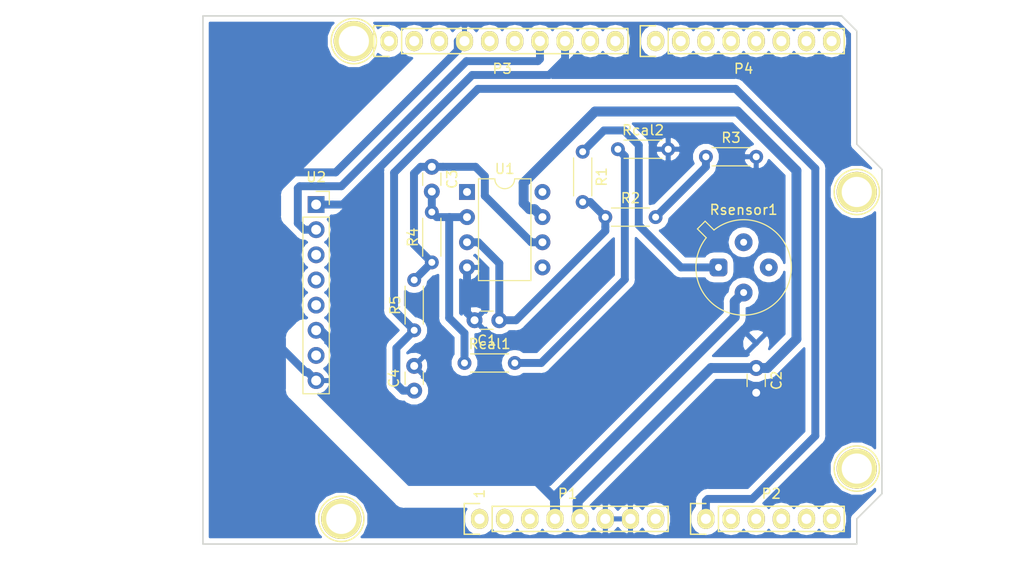
<source format=kicad_pcb>
(kicad_pcb (version 20171130) (host pcbnew "(5.0.1)-3")

  (general
    (thickness 1.6)
    (drawings 27)
    (tracks 105)
    (zones 0)
    (modules 22)
    (nets 50)
  )

  (page A4)
  (title_block
    (date "lun. 30 mars 2015")
  )

  (layers
    (0 F.Cu signal)
    (31 B.Cu signal)
    (32 B.Adhes user)
    (33 F.Adhes user)
    (34 B.Paste user)
    (35 F.Paste user)
    (36 B.SilkS user)
    (37 F.SilkS user)
    (38 B.Mask user)
    (39 F.Mask user)
    (40 Dwgs.User user)
    (41 Cmts.User user)
    (42 Eco1.User user)
    (43 Eco2.User user)
    (44 Edge.Cuts user)
    (45 Margin user)
    (46 B.CrtYd user)
    (47 F.CrtYd user)
    (48 B.Fab user)
    (49 F.Fab user)
  )

  (setup
    (last_trace_width 0.8)
    (trace_clearance 0.6)
    (zone_clearance 0.508)
    (zone_45_only no)
    (trace_min 0.2)
    (segment_width 0.15)
    (edge_width 0.15)
    (via_size 1.6)
    (via_drill 0.4)
    (via_min_size 0.4)
    (via_min_drill 0.3)
    (uvia_size 0.3)
    (uvia_drill 0.1)
    (uvias_allowed no)
    (uvia_min_size 0.2)
    (uvia_min_drill 0.1)
    (pcb_text_width 0.3)
    (pcb_text_size 1.5 1.5)
    (mod_edge_width 0.15)
    (mod_text_size 1 1)
    (mod_text_width 0.15)
    (pad_size 4.064 4.064)
    (pad_drill 3.048)
    (pad_to_mask_clearance 0)
    (solder_mask_min_width 0.25)
    (aux_axis_origin 110.998 126.365)
    (grid_origin 110.998 126.365)
    (visible_elements 7FFFFFFF)
    (pcbplotparams
      (layerselection 0x00030_80000001)
      (usegerberextensions false)
      (usegerberattributes false)
      (usegerberadvancedattributes false)
      (creategerberjobfile false)
      (excludeedgelayer true)
      (linewidth 0.100000)
      (plotframeref false)
      (viasonmask false)
      (mode 1)
      (useauxorigin false)
      (hpglpennumber 1)
      (hpglpenspeed 20)
      (hpglpendiameter 15.000000)
      (psnegative false)
      (psa4output false)
      (plotreference true)
      (plotvalue true)
      (plotinvisibletext false)
      (padsonsilk false)
      (subtractmaskfromsilk false)
      (outputformat 1)
      (mirror false)
      (drillshape 1)
      (scaleselection 1)
      (outputdirectory ""))
  )

  (net 0 "")
  (net 1 /IOREF)
  (net 2 /Reset)
  (net 3 +5V)
  (net 4 GND)
  (net 5 /Vin)
  (net 6 /A1)
  (net 7 /A2)
  (net 8 /A3)
  (net 9 /AREF)
  (net 10 "/A4(SDA)")
  (net 11 "/A5(SCL)")
  (net 12 "/9(**)")
  (net 13 /8)
  (net 14 /7)
  (net 15 "/6(**)")
  (net 16 "/5(**)")
  (net 17 /4)
  (net 18 "/3(**)")
  (net 19 /2)
  (net 20 "/1(Tx)")
  (net 21 "/0(Rx)")
  (net 22 "Net-(P5-Pad1)")
  (net 23 "Net-(P6-Pad1)")
  (net 24 "Net-(P7-Pad1)")
  (net 25 "Net-(P8-Pad1)")
  (net 26 "/13(SCK)")
  (net 27 "Net-(P1-Pad1)")
  (net 28 +3V3)
  (net 29 "/12(MISO)")
  (net 30 "Net-(C1-Pad1)")
  (net 31 "Net-(C3-Pad1)")
  (net 32 "Net-(C3-Pad2)")
  (net 33 A0)
  (net 34 "Net-(R1-Pad1)")
  (net 35 "Net-(R2-Pad2)")
  (net 36 "Net-(Rcal1-Pad2)")
  (net 37 "Net-(Rsensor1-Pad3)")
  (net 38 "Net-(Rsensor1-Pad4)")
  (net 39 "Net-(U1-Pad1)")
  (net 40 "Net-(U1-Pad5)")
  (net 41 "Net-(U1-Pad8)")
  (net 42 "Net-(U2-Pad3)")
  (net 43 "Net-(U2-Pad4)")
  (net 44 "Net-(U2-Pad5)")
  (net 45 "Net-(U2-Pad7)")
  (net 46 "11(**/MOSI)")
  (net 47 "10(**/SS)")
  (net 48 "/(SCL)")
  (net 49 "/(SDA)")

  (net_class Default "This is the default net class."
    (clearance 0.6)
    (trace_width 0.8)
    (via_dia 1.6)
    (via_drill 0.4)
    (uvia_dia 0.3)
    (uvia_drill 0.1)
    (add_net "/(SCL)")
    (add_net "/(SDA)")
    (add_net "/0(Rx)")
    (add_net "/1(Tx)")
    (add_net "/12(MISO)")
    (add_net "/13(SCK)")
    (add_net /2)
    (add_net "/3(**)")
    (add_net /4)
    (add_net "/5(**)")
    (add_net "/6(**)")
    (add_net /7)
    (add_net /8)
    (add_net "/9(**)")
    (add_net /A1)
    (add_net /A2)
    (add_net /A3)
    (add_net "/A4(SDA)")
    (add_net "/A5(SCL)")
    (add_net /AREF)
    (add_net /IOREF)
    (add_net /Reset)
    (add_net /Vin)
    (add_net "10(**/SS)")
    (add_net "11(**/MOSI)")
    (add_net A0)
    (add_net GND)
    (add_net "Net-(C1-Pad1)")
    (add_net "Net-(C3-Pad1)")
    (add_net "Net-(C3-Pad2)")
    (add_net "Net-(P1-Pad1)")
    (add_net "Net-(P5-Pad1)")
    (add_net "Net-(P6-Pad1)")
    (add_net "Net-(P7-Pad1)")
    (add_net "Net-(P8-Pad1)")
    (add_net "Net-(R1-Pad1)")
    (add_net "Net-(R2-Pad2)")
    (add_net "Net-(Rcal1-Pad2)")
    (add_net "Net-(Rsensor1-Pad3)")
    (add_net "Net-(Rsensor1-Pad4)")
    (add_net "Net-(U1-Pad1)")
    (add_net "Net-(U1-Pad5)")
    (add_net "Net-(U1-Pad8)")
    (add_net "Net-(U2-Pad3)")
    (add_net "Net-(U2-Pad4)")
    (add_net "Net-(U2-Pad5)")
    (add_net "Net-(U2-Pad7)")
  )

  (net_class alim ""
    (clearance 0.6)
    (trace_width 1)
    (via_dia 1.6)
    (via_drill 0.4)
    (uvia_dia 0.3)
    (uvia_drill 0.1)
    (add_net +3V3)
    (add_net +5V)
  )

  (module Socket_Arduino_Uno:Socket_Strip_Arduino_1x08 locked (layer F.Cu) (tedit 552168D2) (tstamp 551AF9EA)
    (at 138.938 123.825)
    (descr "Through hole socket strip")
    (tags "socket strip")
    (path /56D70129)
    (fp_text reference P1 (at 8.89 -2.54) (layer F.SilkS)
      (effects (font (size 1 1) (thickness 0.15)))
    )
    (fp_text value Power (at 8.89 -4.064) (layer F.Fab)
      (effects (font (size 1 1) (thickness 0.15)))
    )
    (fp_line (start -1.75 -1.75) (end -1.75 1.75) (layer F.CrtYd) (width 0.05))
    (fp_line (start 19.55 -1.75) (end 19.55 1.75) (layer F.CrtYd) (width 0.05))
    (fp_line (start -1.75 -1.75) (end 19.55 -1.75) (layer F.CrtYd) (width 0.05))
    (fp_line (start -1.75 1.75) (end 19.55 1.75) (layer F.CrtYd) (width 0.05))
    (fp_line (start 1.27 1.27) (end 19.05 1.27) (layer F.SilkS) (width 0.15))
    (fp_line (start 19.05 1.27) (end 19.05 -1.27) (layer F.SilkS) (width 0.15))
    (fp_line (start 19.05 -1.27) (end 1.27 -1.27) (layer F.SilkS) (width 0.15))
    (fp_line (start -1.55 1.55) (end 0 1.55) (layer F.SilkS) (width 0.15))
    (fp_line (start 1.27 1.27) (end 1.27 -1.27) (layer F.SilkS) (width 0.15))
    (fp_line (start 0 -1.55) (end -1.55 -1.55) (layer F.SilkS) (width 0.15))
    (fp_line (start -1.55 -1.55) (end -1.55 1.55) (layer F.SilkS) (width 0.15))
    (pad 1 thru_hole oval (at 0 0) (size 1.7272 2.032) (drill 1.016) (layers *.Cu *.Mask F.SilkS)
      (net 27 "Net-(P1-Pad1)"))
    (pad 2 thru_hole oval (at 2.54 0) (size 1.7272 2.032) (drill 1.016) (layers *.Cu *.Mask F.SilkS)
      (net 1 /IOREF))
    (pad 3 thru_hole oval (at 5.08 0) (size 1.7272 2.032) (drill 1.016) (layers *.Cu *.Mask F.SilkS)
      (net 2 /Reset))
    (pad 4 thru_hole oval (at 7.62 0) (size 1.7272 2.032) (drill 1.016) (layers *.Cu *.Mask F.SilkS)
      (net 28 +3V3))
    (pad 5 thru_hole oval (at 10.16 0) (size 1.7272 2.032) (drill 1.016) (layers *.Cu *.Mask F.SilkS)
      (net 3 +5V))
    (pad 6 thru_hole oval (at 12.7 0) (size 1.7272 2.032) (drill 1.016) (layers *.Cu *.Mask F.SilkS)
      (net 4 GND))
    (pad 7 thru_hole oval (at 15.24 0) (size 1.7272 2.032) (drill 1.016) (layers *.Cu *.Mask F.SilkS)
      (net 4 GND))
    (pad 8 thru_hole oval (at 17.78 0) (size 1.7272 2.032) (drill 1.016) (layers *.Cu *.Mask F.SilkS)
      (net 5 /Vin))
    (model ${KIPRJMOD}/Socket_Arduino_Uno.3dshapes/Socket_header_Arduino_1x08.wrl
      (offset (xyz 8.889999866485596 0 0))
      (scale (xyz 1 1 1))
      (rotate (xyz 0 0 180))
    )
  )

  (module Socket_Arduino_Uno:Socket_Strip_Arduino_1x06 locked (layer F.Cu) (tedit 552168D6) (tstamp 551AF9FF)
    (at 161.798 123.825)
    (descr "Through hole socket strip")
    (tags "socket strip")
    (path /56D70DD8)
    (fp_text reference P2 (at 6.604 -2.54) (layer F.SilkS)
      (effects (font (size 1 1) (thickness 0.15)))
    )
    (fp_text value Analog (at 6.604 -4.064) (layer F.Fab)
      (effects (font (size 1 1) (thickness 0.15)))
    )
    (fp_line (start -1.75 -1.75) (end -1.75 1.75) (layer F.CrtYd) (width 0.05))
    (fp_line (start 14.45 -1.75) (end 14.45 1.75) (layer F.CrtYd) (width 0.05))
    (fp_line (start -1.75 -1.75) (end 14.45 -1.75) (layer F.CrtYd) (width 0.05))
    (fp_line (start -1.75 1.75) (end 14.45 1.75) (layer F.CrtYd) (width 0.05))
    (fp_line (start 1.27 1.27) (end 13.97 1.27) (layer F.SilkS) (width 0.15))
    (fp_line (start 13.97 1.27) (end 13.97 -1.27) (layer F.SilkS) (width 0.15))
    (fp_line (start 13.97 -1.27) (end 1.27 -1.27) (layer F.SilkS) (width 0.15))
    (fp_line (start -1.55 1.55) (end 0 1.55) (layer F.SilkS) (width 0.15))
    (fp_line (start 1.27 1.27) (end 1.27 -1.27) (layer F.SilkS) (width 0.15))
    (fp_line (start 0 -1.55) (end -1.55 -1.55) (layer F.SilkS) (width 0.15))
    (fp_line (start -1.55 -1.55) (end -1.55 1.55) (layer F.SilkS) (width 0.15))
    (pad 1 thru_hole oval (at 0 0) (size 1.7272 2.032) (drill 1.016) (layers *.Cu *.Mask F.SilkS)
      (net 33 A0))
    (pad 2 thru_hole oval (at 2.54 0) (size 1.7272 2.032) (drill 1.016) (layers *.Cu *.Mask F.SilkS)
      (net 6 /A1))
    (pad 3 thru_hole oval (at 5.08 0) (size 1.7272 2.032) (drill 1.016) (layers *.Cu *.Mask F.SilkS)
      (net 7 /A2))
    (pad 4 thru_hole oval (at 7.62 0) (size 1.7272 2.032) (drill 1.016) (layers *.Cu *.Mask F.SilkS)
      (net 8 /A3))
    (pad 5 thru_hole oval (at 10.16 0) (size 1.7272 2.032) (drill 1.016) (layers *.Cu *.Mask F.SilkS)
      (net 10 "/A4(SDA)"))
    (pad 6 thru_hole oval (at 12.7 0) (size 1.7272 2.032) (drill 1.016) (layers *.Cu *.Mask F.SilkS)
      (net 11 "/A5(SCL)"))
    (model ${KIPRJMOD}/Socket_Arduino_Uno.3dshapes/Socket_header_Arduino_1x06.wrl
      (offset (xyz 6.349999904632568 0 0))
      (scale (xyz 1 1 1))
      (rotate (xyz 0 0 180))
    )
  )

  (module Socket_Arduino_Uno:Socket_Strip_Arduino_1x10 locked (layer F.Cu) (tedit 552168BF) (tstamp 551AFA18)
    (at 129.794 75.565)
    (descr "Through hole socket strip")
    (tags "socket strip")
    (path /56D721E0)
    (fp_text reference P3 (at 11.43 2.794) (layer F.SilkS)
      (effects (font (size 1 1) (thickness 0.15)))
    )
    (fp_text value Digital (at 11.43 4.318) (layer F.Fab)
      (effects (font (size 1 1) (thickness 0.15)))
    )
    (fp_line (start -1.75 -1.75) (end -1.75 1.75) (layer F.CrtYd) (width 0.05))
    (fp_line (start 24.65 -1.75) (end 24.65 1.75) (layer F.CrtYd) (width 0.05))
    (fp_line (start -1.75 -1.75) (end 24.65 -1.75) (layer F.CrtYd) (width 0.05))
    (fp_line (start -1.75 1.75) (end 24.65 1.75) (layer F.CrtYd) (width 0.05))
    (fp_line (start 1.27 1.27) (end 24.13 1.27) (layer F.SilkS) (width 0.15))
    (fp_line (start 24.13 1.27) (end 24.13 -1.27) (layer F.SilkS) (width 0.15))
    (fp_line (start 24.13 -1.27) (end 1.27 -1.27) (layer F.SilkS) (width 0.15))
    (fp_line (start -1.55 1.55) (end 0 1.55) (layer F.SilkS) (width 0.15))
    (fp_line (start 1.27 1.27) (end 1.27 -1.27) (layer F.SilkS) (width 0.15))
    (fp_line (start 0 -1.55) (end -1.55 -1.55) (layer F.SilkS) (width 0.15))
    (fp_line (start -1.55 -1.55) (end -1.55 1.55) (layer F.SilkS) (width 0.15))
    (pad 1 thru_hole oval (at 0 0) (size 1.7272 2.032) (drill 1.016) (layers *.Cu *.Mask F.SilkS)
      (net 48 "/(SCL)"))
    (pad 2 thru_hole oval (at 2.54 0) (size 1.7272 2.032) (drill 1.016) (layers *.Cu *.Mask F.SilkS)
      (net 49 "/(SDA)"))
    (pad 3 thru_hole oval (at 5.08 0) (size 1.7272 2.032) (drill 1.016) (layers *.Cu *.Mask F.SilkS)
      (net 9 /AREF))
    (pad 4 thru_hole oval (at 7.62 0) (size 1.7272 2.032) (drill 1.016) (layers *.Cu *.Mask F.SilkS)
      (net 4 GND))
    (pad 5 thru_hole oval (at 10.16 0) (size 1.7272 2.032) (drill 1.016) (layers *.Cu *.Mask F.SilkS)
      (net 26 "/13(SCK)"))
    (pad 6 thru_hole oval (at 12.7 0) (size 1.7272 2.032) (drill 1.016) (layers *.Cu *.Mask F.SilkS)
      (net 29 "/12(MISO)"))
    (pad 7 thru_hole oval (at 15.24 0) (size 1.7272 2.032) (drill 1.016) (layers *.Cu *.Mask F.SilkS)
      (net 46 "11(**/MOSI)"))
    (pad 8 thru_hole oval (at 17.78 0) (size 1.7272 2.032) (drill 1.016) (layers *.Cu *.Mask F.SilkS)
      (net 47 "10(**/SS)"))
    (pad 9 thru_hole oval (at 20.32 0) (size 1.7272 2.032) (drill 1.016) (layers *.Cu *.Mask F.SilkS)
      (net 12 "/9(**)"))
    (pad 10 thru_hole oval (at 22.86 0) (size 1.7272 2.032) (drill 1.016) (layers *.Cu *.Mask F.SilkS)
      (net 13 /8))
    (model ${KIPRJMOD}/Socket_Arduino_Uno.3dshapes/Socket_header_Arduino_1x10.wrl
      (offset (xyz 11.42999982833862 0 0))
      (scale (xyz 1 1 1))
      (rotate (xyz 0 0 180))
    )
  )

  (module Socket_Arduino_Uno:Socket_Strip_Arduino_1x08 locked (layer F.Cu) (tedit 552168C7) (tstamp 551AFA2F)
    (at 156.718 75.565)
    (descr "Through hole socket strip")
    (tags "socket strip")
    (path /56D7164F)
    (fp_text reference P4 (at 8.89 2.794) (layer F.SilkS)
      (effects (font (size 1 1) (thickness 0.15)))
    )
    (fp_text value Digital (at 8.89 4.318) (layer F.Fab)
      (effects (font (size 1 1) (thickness 0.15)))
    )
    (fp_line (start -1.75 -1.75) (end -1.75 1.75) (layer F.CrtYd) (width 0.05))
    (fp_line (start 19.55 -1.75) (end 19.55 1.75) (layer F.CrtYd) (width 0.05))
    (fp_line (start -1.75 -1.75) (end 19.55 -1.75) (layer F.CrtYd) (width 0.05))
    (fp_line (start -1.75 1.75) (end 19.55 1.75) (layer F.CrtYd) (width 0.05))
    (fp_line (start 1.27 1.27) (end 19.05 1.27) (layer F.SilkS) (width 0.15))
    (fp_line (start 19.05 1.27) (end 19.05 -1.27) (layer F.SilkS) (width 0.15))
    (fp_line (start 19.05 -1.27) (end 1.27 -1.27) (layer F.SilkS) (width 0.15))
    (fp_line (start -1.55 1.55) (end 0 1.55) (layer F.SilkS) (width 0.15))
    (fp_line (start 1.27 1.27) (end 1.27 -1.27) (layer F.SilkS) (width 0.15))
    (fp_line (start 0 -1.55) (end -1.55 -1.55) (layer F.SilkS) (width 0.15))
    (fp_line (start -1.55 -1.55) (end -1.55 1.55) (layer F.SilkS) (width 0.15))
    (pad 1 thru_hole oval (at 0 0) (size 1.7272 2.032) (drill 1.016) (layers *.Cu *.Mask F.SilkS)
      (net 14 /7))
    (pad 2 thru_hole oval (at 2.54 0) (size 1.7272 2.032) (drill 1.016) (layers *.Cu *.Mask F.SilkS)
      (net 15 "/6(**)"))
    (pad 3 thru_hole oval (at 5.08 0) (size 1.7272 2.032) (drill 1.016) (layers *.Cu *.Mask F.SilkS)
      (net 16 "/5(**)"))
    (pad 4 thru_hole oval (at 7.62 0) (size 1.7272 2.032) (drill 1.016) (layers *.Cu *.Mask F.SilkS)
      (net 17 /4))
    (pad 5 thru_hole oval (at 10.16 0) (size 1.7272 2.032) (drill 1.016) (layers *.Cu *.Mask F.SilkS)
      (net 18 "/3(**)"))
    (pad 6 thru_hole oval (at 12.7 0) (size 1.7272 2.032) (drill 1.016) (layers *.Cu *.Mask F.SilkS)
      (net 19 /2))
    (pad 7 thru_hole oval (at 15.24 0) (size 1.7272 2.032) (drill 1.016) (layers *.Cu *.Mask F.SilkS)
      (net 20 "/1(Tx)"))
    (pad 8 thru_hole oval (at 17.78 0) (size 1.7272 2.032) (drill 1.016) (layers *.Cu *.Mask F.SilkS)
      (net 21 "/0(Rx)"))
    (model ${KIPRJMOD}/Socket_Arduino_Uno.3dshapes/Socket_header_Arduino_1x08.wrl
      (offset (xyz 8.889999866485596 0 0))
      (scale (xyz 1 1 1))
      (rotate (xyz 0 0 180))
    )
  )

  (module Socket_Arduino_Uno:Arduino_1pin locked (layer F.Cu) (tedit 5524FC39) (tstamp 5524FC3F)
    (at 124.968 123.825)
    (descr "module 1 pin (ou trou mecanique de percage)")
    (tags DEV)
    (path /56D71177)
    (fp_text reference P5 (at 0 -3.048) (layer F.SilkS) hide
      (effects (font (size 1 1) (thickness 0.15)))
    )
    (fp_text value CONN_01X01 (at 0 2.794) (layer F.Fab) hide
      (effects (font (size 1 1) (thickness 0.15)))
    )
    (fp_circle (center 0 0) (end 0 -2.286) (layer F.SilkS) (width 0.15))
    (pad 1 thru_hole circle (at 0 0) (size 4.064 4.064) (drill 3.048) (layers *.Cu *.Mask F.SilkS)
      (net 22 "Net-(P5-Pad1)"))
  )

  (module Socket_Arduino_Uno:Arduino_1pin locked (layer F.Cu) (tedit 5524FC4A) (tstamp 5524FC44)
    (at 177.038 118.745)
    (descr "module 1 pin (ou trou mecanique de percage)")
    (tags DEV)
    (path /56D71274)
    (fp_text reference P6 (at 0 -3.048) (layer F.SilkS) hide
      (effects (font (size 1 1) (thickness 0.15)))
    )
    (fp_text value CONN_01X01 (at 0 2.794) (layer F.Fab) hide
      (effects (font (size 1 1) (thickness 0.15)))
    )
    (fp_circle (center 0 0) (end 0 -2.286) (layer F.SilkS) (width 0.15))
    (pad 1 thru_hole circle (at 0 0) (size 4.064 4.064) (drill 3.048) (layers *.Cu *.Mask F.SilkS)
      (net 23 "Net-(P6-Pad1)"))
  )

  (module Socket_Arduino_Uno:Arduino_1pin locked (layer F.Cu) (tedit 5524FC2F) (tstamp 5524FC49)
    (at 126.238 75.565)
    (descr "module 1 pin (ou trou mecanique de percage)")
    (tags DEV)
    (path /56D712A8)
    (fp_text reference P7 (at 0 -3.048) (layer F.SilkS) hide
      (effects (font (size 1 1) (thickness 0.15)))
    )
    (fp_text value CONN_01X01 (at 0 2.794) (layer F.Fab) hide
      (effects (font (size 1 1) (thickness 0.15)))
    )
    (fp_circle (center 0 0) (end 0 -2.286) (layer F.SilkS) (width 0.15))
    (pad 1 thru_hole circle (at 0 0) (size 4.064 4.064) (drill 3.048) (layers *.Cu *.Mask F.SilkS)
      (net 24 "Net-(P7-Pad1)"))
  )

  (module Socket_Arduino_Uno:Arduino_1pin locked (layer F.Cu) (tedit 5524FC41) (tstamp 5524FC4E)
    (at 177.038 90.805)
    (descr "module 1 pin (ou trou mecanique de percage)")
    (tags DEV)
    (path /56D712DB)
    (fp_text reference P8 (at 0 -3.048) (layer F.SilkS) hide
      (effects (font (size 1 1) (thickness 0.15)))
    )
    (fp_text value CONN_01X01 (at 0 2.794) (layer F.Fab) hide
      (effects (font (size 1 1) (thickness 0.15)))
    )
    (fp_circle (center 0 0) (end 0 -2.286) (layer F.SilkS) (width 0.15))
    (pad 1 thru_hole circle (at 0 0) (size 4.064 4.064) (drill 3.048) (layers *.Cu *.Mask F.SilkS)
      (net 25 "Net-(P8-Pad1)"))
  )

  (module Capacitor_THT:C_Disc_D3.0mm_W1.6mm_P2.50mm (layer F.Cu) (tedit 5AE50EF0) (tstamp 5C0DBBF3)
    (at 140.93 103.759 180)
    (descr "C, Disc series, Radial, pin pitch=2.50mm, , diameter*width=3.0*1.6mm^2, Capacitor, http://www.vishay.com/docs/45233/krseries.pdf")
    (tags "C Disc series Radial pin pitch 2.50mm  diameter 3.0mm width 1.6mm Capacitor")
    (path /5BEAC7FF)
    (fp_text reference C1 (at 1.25 -2.05 180) (layer F.SilkS)
      (effects (font (size 1 1) (thickness 0.15)))
    )
    (fp_text value 100n (at 1.25 2.05 180) (layer F.Fab)
      (effects (font (size 1 1) (thickness 0.15)))
    )
    (fp_text user %R (at 1.25 0 180) (layer F.Fab)
      (effects (font (size 0.6 0.6) (thickness 0.09)))
    )
    (fp_line (start 3.55 -1.05) (end -1.05 -1.05) (layer F.CrtYd) (width 0.05))
    (fp_line (start 3.55 1.05) (end 3.55 -1.05) (layer F.CrtYd) (width 0.05))
    (fp_line (start -1.05 1.05) (end 3.55 1.05) (layer F.CrtYd) (width 0.05))
    (fp_line (start -1.05 -1.05) (end -1.05 1.05) (layer F.CrtYd) (width 0.05))
    (fp_line (start 0.621 0.92) (end 1.879 0.92) (layer F.SilkS) (width 0.12))
    (fp_line (start 0.621 -0.92) (end 1.879 -0.92) (layer F.SilkS) (width 0.12))
    (fp_line (start 2.75 -0.8) (end -0.25 -0.8) (layer F.Fab) (width 0.1))
    (fp_line (start 2.75 0.8) (end 2.75 -0.8) (layer F.Fab) (width 0.1))
    (fp_line (start -0.25 0.8) (end 2.75 0.8) (layer F.Fab) (width 0.1))
    (fp_line (start -0.25 -0.8) (end -0.25 0.8) (layer F.Fab) (width 0.1))
    (pad 2 thru_hole circle (at 2.5 0 180) (size 1.6 1.6) (drill 0.8) (layers *.Cu *.Mask)
      (net 4 GND))
    (pad 1 thru_hole circle (at 0 0 180) (size 1.6 1.6) (drill 0.8) (layers *.Cu *.Mask)
      (net 30 "Net-(C1-Pad1)"))
    (model ${KISYS3DMOD}/Capacitor_THT.3dshapes/C_Disc_D3.0mm_W1.6mm_P2.50mm.wrl
      (at (xyz 0 0 0))
      (scale (xyz 1 1 1))
      (rotate (xyz 0 0 0))
    )
  )

  (module Capacitor_THT:C_Disc_D3.0mm_W1.6mm_P2.50mm (layer F.Cu) (tedit 5AE50EF0) (tstamp 5C0DBC04)
    (at 166.878 108.585 270)
    (descr "C, Disc series, Radial, pin pitch=2.50mm, , diameter*width=3.0*1.6mm^2, Capacitor, http://www.vishay.com/docs/45233/krseries.pdf")
    (tags "C Disc series Radial pin pitch 2.50mm  diameter 3.0mm width 1.6mm Capacitor")
    (path /5BE33EDD)
    (fp_text reference C2 (at 1.25 -2.05 270) (layer F.SilkS)
      (effects (font (size 1 1) (thickness 0.15)))
    )
    (fp_text value 100n (at 1.25 2.05 270) (layer F.Fab)
      (effects (font (size 1 1) (thickness 0.15)))
    )
    (fp_line (start -0.25 -0.8) (end -0.25 0.8) (layer F.Fab) (width 0.1))
    (fp_line (start -0.25 0.8) (end 2.75 0.8) (layer F.Fab) (width 0.1))
    (fp_line (start 2.75 0.8) (end 2.75 -0.8) (layer F.Fab) (width 0.1))
    (fp_line (start 2.75 -0.8) (end -0.25 -0.8) (layer F.Fab) (width 0.1))
    (fp_line (start 0.621 -0.92) (end 1.879 -0.92) (layer F.SilkS) (width 0.12))
    (fp_line (start 0.621 0.92) (end 1.879 0.92) (layer F.SilkS) (width 0.12))
    (fp_line (start -1.05 -1.05) (end -1.05 1.05) (layer F.CrtYd) (width 0.05))
    (fp_line (start -1.05 1.05) (end 3.55 1.05) (layer F.CrtYd) (width 0.05))
    (fp_line (start 3.55 1.05) (end 3.55 -1.05) (layer F.CrtYd) (width 0.05))
    (fp_line (start 3.55 -1.05) (end -1.05 -1.05) (layer F.CrtYd) (width 0.05))
    (fp_text user %R (at 1.25 0 270) (layer F.Fab)
      (effects (font (size 0.6 0.6) (thickness 0.09)))
    )
    (pad 1 thru_hole circle (at 0 0 270) (size 1.6 1.6) (drill 0.8) (layers *.Cu *.Mask)
      (net 3 +5V))
    (pad 2 thru_hole circle (at 2.5 0 270) (size 1.6 1.6) (drill 0.8) (layers *.Cu *.Mask)
      (net 4 GND))
    (model ${KISYS3DMOD}/Capacitor_THT.3dshapes/C_Disc_D3.0mm_W1.6mm_P2.50mm.wrl
      (at (xyz 0 0 0))
      (scale (xyz 1 1 1))
      (rotate (xyz 0 0 0))
    )
  )

  (module Capacitor_THT:C_Disc_D3.0mm_W1.6mm_P2.50mm (layer F.Cu) (tedit 5AE50EF0) (tstamp 5C0DBC15)
    (at 134.112 88.265 270)
    (descr "C, Disc series, Radial, pin pitch=2.50mm, , diameter*width=3.0*1.6mm^2, Capacitor, http://www.vishay.com/docs/45233/krseries.pdf")
    (tags "C Disc series Radial pin pitch 2.50mm  diameter 3.0mm width 1.6mm Capacitor")
    (path /5BE33CE3)
    (fp_text reference C3 (at 1.25 -2.05 270) (layer F.SilkS)
      (effects (font (size 1 1) (thickness 0.15)))
    )
    (fp_text value 1u (at 1.25 2.05 270) (layer F.Fab)
      (effects (font (size 1 1) (thickness 0.15)))
    )
    (fp_line (start -0.25 -0.8) (end -0.25 0.8) (layer F.Fab) (width 0.1))
    (fp_line (start -0.25 0.8) (end 2.75 0.8) (layer F.Fab) (width 0.1))
    (fp_line (start 2.75 0.8) (end 2.75 -0.8) (layer F.Fab) (width 0.1))
    (fp_line (start 2.75 -0.8) (end -0.25 -0.8) (layer F.Fab) (width 0.1))
    (fp_line (start 0.621 -0.92) (end 1.879 -0.92) (layer F.SilkS) (width 0.12))
    (fp_line (start 0.621 0.92) (end 1.879 0.92) (layer F.SilkS) (width 0.12))
    (fp_line (start -1.05 -1.05) (end -1.05 1.05) (layer F.CrtYd) (width 0.05))
    (fp_line (start -1.05 1.05) (end 3.55 1.05) (layer F.CrtYd) (width 0.05))
    (fp_line (start 3.55 1.05) (end 3.55 -1.05) (layer F.CrtYd) (width 0.05))
    (fp_line (start 3.55 -1.05) (end -1.05 -1.05) (layer F.CrtYd) (width 0.05))
    (fp_text user %R (at 1.25 0 270) (layer F.Fab)
      (effects (font (size 0.6 0.6) (thickness 0.09)))
    )
    (pad 1 thru_hole circle (at 0 0 270) (size 1.6 1.6) (drill 0.8) (layers *.Cu *.Mask)
      (net 31 "Net-(C3-Pad1)"))
    (pad 2 thru_hole circle (at 2.5 0 270) (size 1.6 1.6) (drill 0.8) (layers *.Cu *.Mask)
      (net 32 "Net-(C3-Pad2)"))
    (model ${KISYS3DMOD}/Capacitor_THT.3dshapes/C_Disc_D3.0mm_W1.6mm_P2.50mm.wrl
      (at (xyz 0 0 0))
      (scale (xyz 1 1 1))
      (rotate (xyz 0 0 0))
    )
  )

  (module Capacitor_THT:C_Disc_D3.0mm_W1.6mm_P2.50mm (layer F.Cu) (tedit 5AE50EF0) (tstamp 5C0DBC26)
    (at 132.334 110.871 90)
    (descr "C, Disc series, Radial, pin pitch=2.50mm, , diameter*width=3.0*1.6mm^2, Capacitor, http://www.vishay.com/docs/45233/krseries.pdf")
    (tags "C Disc series Radial pin pitch 2.50mm  diameter 3.0mm width 1.6mm Capacitor")
    (path /5BE33E33)
    (fp_text reference C4 (at 1.25 -2.05 90) (layer F.SilkS)
      (effects (font (size 1 1) (thickness 0.15)))
    )
    (fp_text value 100n (at 1.25 2.05 90) (layer F.Fab)
      (effects (font (size 1 1) (thickness 0.15)))
    )
    (fp_text user %R (at 1.25 0 90) (layer F.Fab)
      (effects (font (size 0.6 0.6) (thickness 0.09)))
    )
    (fp_line (start 3.55 -1.05) (end -1.05 -1.05) (layer F.CrtYd) (width 0.05))
    (fp_line (start 3.55 1.05) (end 3.55 -1.05) (layer F.CrtYd) (width 0.05))
    (fp_line (start -1.05 1.05) (end 3.55 1.05) (layer F.CrtYd) (width 0.05))
    (fp_line (start -1.05 -1.05) (end -1.05 1.05) (layer F.CrtYd) (width 0.05))
    (fp_line (start 0.621 0.92) (end 1.879 0.92) (layer F.SilkS) (width 0.12))
    (fp_line (start 0.621 -0.92) (end 1.879 -0.92) (layer F.SilkS) (width 0.12))
    (fp_line (start 2.75 -0.8) (end -0.25 -0.8) (layer F.Fab) (width 0.1))
    (fp_line (start 2.75 0.8) (end 2.75 -0.8) (layer F.Fab) (width 0.1))
    (fp_line (start -0.25 0.8) (end 2.75 0.8) (layer F.Fab) (width 0.1))
    (fp_line (start -0.25 -0.8) (end -0.25 0.8) (layer F.Fab) (width 0.1))
    (pad 2 thru_hole circle (at 2.5 0 90) (size 1.6 1.6) (drill 0.8) (layers *.Cu *.Mask)
      (net 4 GND))
    (pad 1 thru_hole circle (at 0 0 90) (size 1.6 1.6) (drill 0.8) (layers *.Cu *.Mask)
      (net 33 A0))
    (model ${KISYS3DMOD}/Capacitor_THT.3dshapes/C_Disc_D3.0mm_W1.6mm_P2.50mm.wrl
      (at (xyz 0 0 0))
      (scale (xyz 1 1 1))
      (rotate (xyz 0 0 0))
    )
  )

  (module Resistor_THT:R_Axial_DIN0204_L3.6mm_D1.6mm_P5.08mm_Horizontal (layer F.Cu) (tedit 5AE5139B) (tstamp 5C0DBC39)
    (at 149.352 86.741 270)
    (descr "Resistor, Axial_DIN0204 series, Axial, Horizontal, pin pitch=5.08mm, 0.167W, length*diameter=3.6*1.6mm^2, http://cdn-reichelt.de/documents/datenblatt/B400/1_4W%23YAG.pdf")
    (tags "Resistor Axial_DIN0204 series Axial Horizontal pin pitch 5.08mm 0.167W length 3.6mm diameter 1.6mm")
    (path /5BEB55AB)
    (fp_text reference R1 (at 2.54 -1.92 270) (layer F.SilkS)
      (effects (font (size 1 1) (thickness 0.15)))
    )
    (fp_text value 10k (at 2.54 1.92 270) (layer F.Fab)
      (effects (font (size 1 1) (thickness 0.15)))
    )
    (fp_text user %R (at 2.54 0 270) (layer F.Fab)
      (effects (font (size 0.72 0.72) (thickness 0.108)))
    )
    (fp_line (start 6.03 -1.05) (end -0.95 -1.05) (layer F.CrtYd) (width 0.05))
    (fp_line (start 6.03 1.05) (end 6.03 -1.05) (layer F.CrtYd) (width 0.05))
    (fp_line (start -0.95 1.05) (end 6.03 1.05) (layer F.CrtYd) (width 0.05))
    (fp_line (start -0.95 -1.05) (end -0.95 1.05) (layer F.CrtYd) (width 0.05))
    (fp_line (start 0.62 0.92) (end 4.46 0.92) (layer F.SilkS) (width 0.12))
    (fp_line (start 0.62 -0.92) (end 4.46 -0.92) (layer F.SilkS) (width 0.12))
    (fp_line (start 5.08 0) (end 4.34 0) (layer F.Fab) (width 0.1))
    (fp_line (start 0 0) (end 0.74 0) (layer F.Fab) (width 0.1))
    (fp_line (start 4.34 -0.8) (end 0.74 -0.8) (layer F.Fab) (width 0.1))
    (fp_line (start 4.34 0.8) (end 4.34 -0.8) (layer F.Fab) (width 0.1))
    (fp_line (start 0.74 0.8) (end 4.34 0.8) (layer F.Fab) (width 0.1))
    (fp_line (start 0.74 -0.8) (end 0.74 0.8) (layer F.Fab) (width 0.1))
    (pad 2 thru_hole oval (at 5.08 0 270) (size 1.4 1.4) (drill 0.7) (layers *.Cu *.Mask)
      (net 30 "Net-(C1-Pad1)"))
    (pad 1 thru_hole circle (at 0 0 270) (size 1.4 1.4) (drill 0.7) (layers *.Cu *.Mask)
      (net 34 "Net-(R1-Pad1)"))
    (model ${KISYS3DMOD}/Resistor_THT.3dshapes/R_Axial_DIN0204_L3.6mm_D1.6mm_P5.08mm_Horizontal.wrl
      (at (xyz 0 0 0))
      (scale (xyz 1 1 1))
      (rotate (xyz 0 0 0))
    )
  )

  (module Resistor_THT:R_Axial_DIN0204_L3.6mm_D1.6mm_P5.08mm_Horizontal (layer F.Cu) (tedit 5AE5139B) (tstamp 5C0DBC4C)
    (at 151.638 93.345)
    (descr "Resistor, Axial_DIN0204 series, Axial, Horizontal, pin pitch=5.08mm, 0.167W, length*diameter=3.6*1.6mm^2, http://cdn-reichelt.de/documents/datenblatt/B400/1_4W%23YAG.pdf")
    (tags "Resistor Axial_DIN0204 series Axial Horizontal pin pitch 5.08mm 0.167W length 3.6mm diameter 1.6mm")
    (path /5C006EB6)
    (fp_text reference R2 (at 2.54 -1.92) (layer F.SilkS)
      (effects (font (size 1 1) (thickness 0.15)))
    )
    (fp_text value 50k (at 2.54 1.92) (layer F.Fab)
      (effects (font (size 1 1) (thickness 0.15)))
    )
    (fp_line (start 0.74 -0.8) (end 0.74 0.8) (layer F.Fab) (width 0.1))
    (fp_line (start 0.74 0.8) (end 4.34 0.8) (layer F.Fab) (width 0.1))
    (fp_line (start 4.34 0.8) (end 4.34 -0.8) (layer F.Fab) (width 0.1))
    (fp_line (start 4.34 -0.8) (end 0.74 -0.8) (layer F.Fab) (width 0.1))
    (fp_line (start 0 0) (end 0.74 0) (layer F.Fab) (width 0.1))
    (fp_line (start 5.08 0) (end 4.34 0) (layer F.Fab) (width 0.1))
    (fp_line (start 0.62 -0.92) (end 4.46 -0.92) (layer F.SilkS) (width 0.12))
    (fp_line (start 0.62 0.92) (end 4.46 0.92) (layer F.SilkS) (width 0.12))
    (fp_line (start -0.95 -1.05) (end -0.95 1.05) (layer F.CrtYd) (width 0.05))
    (fp_line (start -0.95 1.05) (end 6.03 1.05) (layer F.CrtYd) (width 0.05))
    (fp_line (start 6.03 1.05) (end 6.03 -1.05) (layer F.CrtYd) (width 0.05))
    (fp_line (start 6.03 -1.05) (end -0.95 -1.05) (layer F.CrtYd) (width 0.05))
    (fp_text user %R (at 2.54 0) (layer F.Fab)
      (effects (font (size 0.72 0.72) (thickness 0.108)))
    )
    (pad 1 thru_hole circle (at 0 0) (size 1.4 1.4) (drill 0.7) (layers *.Cu *.Mask)
      (net 30 "Net-(C1-Pad1)"))
    (pad 2 thru_hole oval (at 5.08 0) (size 1.4 1.4) (drill 0.7) (layers *.Cu *.Mask)
      (net 35 "Net-(R2-Pad2)"))
    (model ${KISYS3DMOD}/Resistor_THT.3dshapes/R_Axial_DIN0204_L3.6mm_D1.6mm_P5.08mm_Horizontal.wrl
      (at (xyz 0 0 0))
      (scale (xyz 1 1 1))
      (rotate (xyz 0 0 0))
    )
  )

  (module Resistor_THT:R_Axial_DIN0204_L3.6mm_D1.6mm_P5.08mm_Horizontal (layer F.Cu) (tedit 5AE5139B) (tstamp 5C0DBC5F)
    (at 161.798 87.249)
    (descr "Resistor, Axial_DIN0204 series, Axial, Horizontal, pin pitch=5.08mm, 0.167W, length*diameter=3.6*1.6mm^2, http://cdn-reichelt.de/documents/datenblatt/B400/1_4W%23YAG.pdf")
    (tags "Resistor Axial_DIN0204 series Axial Horizontal pin pitch 5.08mm 0.167W length 3.6mm diameter 1.6mm")
    (path /5BE3414E)
    (fp_text reference R3 (at 2.54 -1.92) (layer F.SilkS)
      (effects (font (size 1 1) (thickness 0.15)))
    )
    (fp_text value 50K (at 2.54 1.92) (layer F.Fab)
      (effects (font (size 1 1) (thickness 0.15)))
    )
    (fp_text user %R (at 2.54 0) (layer F.Fab)
      (effects (font (size 0.72 0.72) (thickness 0.108)))
    )
    (fp_line (start 6.03 -1.05) (end -0.95 -1.05) (layer F.CrtYd) (width 0.05))
    (fp_line (start 6.03 1.05) (end 6.03 -1.05) (layer F.CrtYd) (width 0.05))
    (fp_line (start -0.95 1.05) (end 6.03 1.05) (layer F.CrtYd) (width 0.05))
    (fp_line (start -0.95 -1.05) (end -0.95 1.05) (layer F.CrtYd) (width 0.05))
    (fp_line (start 0.62 0.92) (end 4.46 0.92) (layer F.SilkS) (width 0.12))
    (fp_line (start 0.62 -0.92) (end 4.46 -0.92) (layer F.SilkS) (width 0.12))
    (fp_line (start 5.08 0) (end 4.34 0) (layer F.Fab) (width 0.1))
    (fp_line (start 0 0) (end 0.74 0) (layer F.Fab) (width 0.1))
    (fp_line (start 4.34 -0.8) (end 0.74 -0.8) (layer F.Fab) (width 0.1))
    (fp_line (start 4.34 0.8) (end 4.34 -0.8) (layer F.Fab) (width 0.1))
    (fp_line (start 0.74 0.8) (end 4.34 0.8) (layer F.Fab) (width 0.1))
    (fp_line (start 0.74 -0.8) (end 0.74 0.8) (layer F.Fab) (width 0.1))
    (pad 2 thru_hole oval (at 5.08 0) (size 1.4 1.4) (drill 0.7) (layers *.Cu *.Mask)
      (net 4 GND))
    (pad 1 thru_hole circle (at 0 0) (size 1.4 1.4) (drill 0.7) (layers *.Cu *.Mask)
      (net 35 "Net-(R2-Pad2)"))
    (model ${KISYS3DMOD}/Resistor_THT.3dshapes/R_Axial_DIN0204_L3.6mm_D1.6mm_P5.08mm_Horizontal.wrl
      (at (xyz 0 0 0))
      (scale (xyz 1 1 1))
      (rotate (xyz 0 0 0))
    )
  )

  (module Resistor_THT:R_Axial_DIN0204_L3.6mm_D1.6mm_P5.08mm_Horizontal (layer F.Cu) (tedit 5AE5139B) (tstamp 5C0DBC72)
    (at 134.112 97.917 90)
    (descr "Resistor, Axial_DIN0204 series, Axial, Horizontal, pin pitch=5.08mm, 0.167W, length*diameter=3.6*1.6mm^2, http://cdn-reichelt.de/documents/datenblatt/B400/1_4W%23YAG.pdf")
    (tags "Resistor Axial_DIN0204 series Axial Horizontal pin pitch 5.08mm 0.167W length 3.6mm diameter 1.6mm")
    (path /5BE340CE)
    (fp_text reference R4 (at 2.54 -1.92 90) (layer F.SilkS)
      (effects (font (size 1 1) (thickness 0.15)))
    )
    (fp_text value 100k (at 2.54 1.92 90) (layer F.Fab)
      (effects (font (size 1 1) (thickness 0.15)))
    )
    (fp_line (start 0.74 -0.8) (end 0.74 0.8) (layer F.Fab) (width 0.1))
    (fp_line (start 0.74 0.8) (end 4.34 0.8) (layer F.Fab) (width 0.1))
    (fp_line (start 4.34 0.8) (end 4.34 -0.8) (layer F.Fab) (width 0.1))
    (fp_line (start 4.34 -0.8) (end 0.74 -0.8) (layer F.Fab) (width 0.1))
    (fp_line (start 0 0) (end 0.74 0) (layer F.Fab) (width 0.1))
    (fp_line (start 5.08 0) (end 4.34 0) (layer F.Fab) (width 0.1))
    (fp_line (start 0.62 -0.92) (end 4.46 -0.92) (layer F.SilkS) (width 0.12))
    (fp_line (start 0.62 0.92) (end 4.46 0.92) (layer F.SilkS) (width 0.12))
    (fp_line (start -0.95 -1.05) (end -0.95 1.05) (layer F.CrtYd) (width 0.05))
    (fp_line (start -0.95 1.05) (end 6.03 1.05) (layer F.CrtYd) (width 0.05))
    (fp_line (start 6.03 1.05) (end 6.03 -1.05) (layer F.CrtYd) (width 0.05))
    (fp_line (start 6.03 -1.05) (end -0.95 -1.05) (layer F.CrtYd) (width 0.05))
    (fp_text user %R (at 2.54 0 90) (layer F.Fab)
      (effects (font (size 0.72 0.72) (thickness 0.108)))
    )
    (pad 1 thru_hole circle (at 0 0 90) (size 1.4 1.4) (drill 0.7) (layers *.Cu *.Mask)
      (net 31 "Net-(C3-Pad1)"))
    (pad 2 thru_hole oval (at 5.08 0 90) (size 1.4 1.4) (drill 0.7) (layers *.Cu *.Mask)
      (net 32 "Net-(C3-Pad2)"))
    (model ${KISYS3DMOD}/Resistor_THT.3dshapes/R_Axial_DIN0204_L3.6mm_D1.6mm_P5.08mm_Horizontal.wrl
      (at (xyz 0 0 0))
      (scale (xyz 1 1 1))
      (rotate (xyz 0 0 0))
    )
  )

  (module Resistor_THT:R_Axial_DIN0204_L3.6mm_D1.6mm_P5.08mm_Horizontal (layer F.Cu) (tedit 5AE5139B) (tstamp 5C0DBC85)
    (at 132.334 104.775 90)
    (descr "Resistor, Axial_DIN0204 series, Axial, Horizontal, pin pitch=5.08mm, 0.167W, length*diameter=3.6*1.6mm^2, http://cdn-reichelt.de/documents/datenblatt/B400/1_4W%23YAG.pdf")
    (tags "Resistor Axial_DIN0204 series Axial Horizontal pin pitch 5.08mm 0.167W length 3.6mm diameter 1.6mm")
    (path /5BE8BE58)
    (fp_text reference R5 (at 2.54 -1.92 90) (layer F.SilkS)
      (effects (font (size 1 1) (thickness 0.15)))
    )
    (fp_text value 1k (at 2.54 1.92 90) (layer F.Fab)
      (effects (font (size 1 1) (thickness 0.15)))
    )
    (fp_line (start 0.74 -0.8) (end 0.74 0.8) (layer F.Fab) (width 0.1))
    (fp_line (start 0.74 0.8) (end 4.34 0.8) (layer F.Fab) (width 0.1))
    (fp_line (start 4.34 0.8) (end 4.34 -0.8) (layer F.Fab) (width 0.1))
    (fp_line (start 4.34 -0.8) (end 0.74 -0.8) (layer F.Fab) (width 0.1))
    (fp_line (start 0 0) (end 0.74 0) (layer F.Fab) (width 0.1))
    (fp_line (start 5.08 0) (end 4.34 0) (layer F.Fab) (width 0.1))
    (fp_line (start 0.62 -0.92) (end 4.46 -0.92) (layer F.SilkS) (width 0.12))
    (fp_line (start 0.62 0.92) (end 4.46 0.92) (layer F.SilkS) (width 0.12))
    (fp_line (start -0.95 -1.05) (end -0.95 1.05) (layer F.CrtYd) (width 0.05))
    (fp_line (start -0.95 1.05) (end 6.03 1.05) (layer F.CrtYd) (width 0.05))
    (fp_line (start 6.03 1.05) (end 6.03 -1.05) (layer F.CrtYd) (width 0.05))
    (fp_line (start 6.03 -1.05) (end -0.95 -1.05) (layer F.CrtYd) (width 0.05))
    (fp_text user %R (at 2.54 0 90) (layer F.Fab)
      (effects (font (size 0.72 0.72) (thickness 0.108)))
    )
    (pad 1 thru_hole circle (at 0 0 90) (size 1.4 1.4) (drill 0.7) (layers *.Cu *.Mask)
      (net 33 A0))
    (pad 2 thru_hole oval (at 5.08 0 90) (size 1.4 1.4) (drill 0.7) (layers *.Cu *.Mask)
      (net 31 "Net-(C3-Pad1)"))
    (model ${KISYS3DMOD}/Resistor_THT.3dshapes/R_Axial_DIN0204_L3.6mm_D1.6mm_P5.08mm_Horizontal.wrl
      (at (xyz 0 0 0))
      (scale (xyz 1 1 1))
      (rotate (xyz 0 0 0))
    )
  )

  (module Resistor_THT:R_Axial_DIN0204_L3.6mm_D1.6mm_P5.08mm_Horizontal (layer F.Cu) (tedit 5AE5139B) (tstamp 5C0DBC98)
    (at 137.414 108.077)
    (descr "Resistor, Axial_DIN0204 series, Axial, Horizontal, pin pitch=5.08mm, 0.167W, length*diameter=3.6*1.6mm^2, http://cdn-reichelt.de/documents/datenblatt/B400/1_4W%23YAG.pdf")
    (tags "Resistor Axial_DIN0204 series Axial Horizontal pin pitch 5.08mm 0.167W length 3.6mm diameter 1.6mm")
    (path /5BE33FBC)
    (fp_text reference Rcal1 (at 2.54 -1.92) (layer F.SilkS)
      (effects (font (size 1 1) (thickness 0.15)))
    )
    (fp_text value R (at 2.54 1.92) (layer F.Fab)
      (effects (font (size 1 1) (thickness 0.15)))
    )
    (fp_line (start 0.74 -0.8) (end 0.74 0.8) (layer F.Fab) (width 0.1))
    (fp_line (start 0.74 0.8) (end 4.34 0.8) (layer F.Fab) (width 0.1))
    (fp_line (start 4.34 0.8) (end 4.34 -0.8) (layer F.Fab) (width 0.1))
    (fp_line (start 4.34 -0.8) (end 0.74 -0.8) (layer F.Fab) (width 0.1))
    (fp_line (start 0 0) (end 0.74 0) (layer F.Fab) (width 0.1))
    (fp_line (start 5.08 0) (end 4.34 0) (layer F.Fab) (width 0.1))
    (fp_line (start 0.62 -0.92) (end 4.46 -0.92) (layer F.SilkS) (width 0.12))
    (fp_line (start 0.62 0.92) (end 4.46 0.92) (layer F.SilkS) (width 0.12))
    (fp_line (start -0.95 -1.05) (end -0.95 1.05) (layer F.CrtYd) (width 0.05))
    (fp_line (start -0.95 1.05) (end 6.03 1.05) (layer F.CrtYd) (width 0.05))
    (fp_line (start 6.03 1.05) (end 6.03 -1.05) (layer F.CrtYd) (width 0.05))
    (fp_line (start 6.03 -1.05) (end -0.95 -1.05) (layer F.CrtYd) (width 0.05))
    (fp_text user %R (at 2.54 0) (layer F.Fab)
      (effects (font (size 0.72 0.72) (thickness 0.108)))
    )
    (pad 1 thru_hole circle (at 0 0) (size 1.4 1.4) (drill 0.7) (layers *.Cu *.Mask)
      (net 32 "Net-(C3-Pad2)"))
    (pad 2 thru_hole oval (at 5.08 0) (size 1.4 1.4) (drill 0.7) (layers *.Cu *.Mask)
      (net 36 "Net-(Rcal1-Pad2)"))
    (model ${KISYS3DMOD}/Resistor_THT.3dshapes/R_Axial_DIN0204_L3.6mm_D1.6mm_P5.08mm_Horizontal.wrl
      (at (xyz 0 0 0))
      (scale (xyz 1 1 1))
      (rotate (xyz 0 0 0))
    )
  )

  (module Resistor_THT:R_Axial_DIN0204_L3.6mm_D1.6mm_P5.08mm_Horizontal (layer F.Cu) (tedit 5AE5139B) (tstamp 5C0DBCAB)
    (at 152.908 86.487)
    (descr "Resistor, Axial_DIN0204 series, Axial, Horizontal, pin pitch=5.08mm, 0.167W, length*diameter=3.6*1.6mm^2, http://cdn-reichelt.de/documents/datenblatt/B400/1_4W%23YAG.pdf")
    (tags "Resistor Axial_DIN0204 series Axial Horizontal pin pitch 5.08mm 0.167W length 3.6mm diameter 1.6mm")
    (path /5BE34050)
    (fp_text reference Rcal2 (at 2.54 -1.92) (layer F.SilkS)
      (effects (font (size 1 1) (thickness 0.15)))
    )
    (fp_text value R (at 2.54 1.92) (layer F.Fab)
      (effects (font (size 1 1) (thickness 0.15)))
    )
    (fp_text user %R (at 2.54 0) (layer F.Fab)
      (effects (font (size 0.72 0.72) (thickness 0.108)))
    )
    (fp_line (start 6.03 -1.05) (end -0.95 -1.05) (layer F.CrtYd) (width 0.05))
    (fp_line (start 6.03 1.05) (end 6.03 -1.05) (layer F.CrtYd) (width 0.05))
    (fp_line (start -0.95 1.05) (end 6.03 1.05) (layer F.CrtYd) (width 0.05))
    (fp_line (start -0.95 -1.05) (end -0.95 1.05) (layer F.CrtYd) (width 0.05))
    (fp_line (start 0.62 0.92) (end 4.46 0.92) (layer F.SilkS) (width 0.12))
    (fp_line (start 0.62 -0.92) (end 4.46 -0.92) (layer F.SilkS) (width 0.12))
    (fp_line (start 5.08 0) (end 4.34 0) (layer F.Fab) (width 0.1))
    (fp_line (start 0 0) (end 0.74 0) (layer F.Fab) (width 0.1))
    (fp_line (start 4.34 -0.8) (end 0.74 -0.8) (layer F.Fab) (width 0.1))
    (fp_line (start 4.34 0.8) (end 4.34 -0.8) (layer F.Fab) (width 0.1))
    (fp_line (start 0.74 0.8) (end 4.34 0.8) (layer F.Fab) (width 0.1))
    (fp_line (start 0.74 -0.8) (end 0.74 0.8) (layer F.Fab) (width 0.1))
    (pad 2 thru_hole oval (at 5.08 0) (size 1.4 1.4) (drill 0.7) (layers *.Cu *.Mask)
      (net 4 GND))
    (pad 1 thru_hole circle (at 0 0) (size 1.4 1.4) (drill 0.7) (layers *.Cu *.Mask)
      (net 36 "Net-(Rcal1-Pad2)"))
    (model ${KISYS3DMOD}/Resistor_THT.3dshapes/R_Axial_DIN0204_L3.6mm_D1.6mm_P5.08mm_Horizontal.wrl
      (at (xyz 0 0 0))
      (scale (xyz 1 1 1))
      (rotate (xyz 0 0 0))
    )
  )

  (module Package_TO_SOT_THT:TO-5-4pro (layer F.Cu) (tedit 5BE80900) (tstamp 5C0DBCC1)
    (at 163.068 98.425)
    (descr TO-5-4)
    (tags TO-5-4)
    (path /5BEA2CAF)
    (fp_text reference Rsensor1 (at 2.54 -5.82) (layer F.SilkS)
      (effects (font (size 1 1) (thickness 0.15)))
    )
    (fp_text value Fan_CPU_4pin (at 2.54 5.82) (layer F.Fab)
      (effects (font (size 1 1) (thickness 0.15)))
    )
    (fp_text user %R (at 2.54 -5.82) (layer F.Fab)
      (effects (font (size 1 1) (thickness 0.15)))
    )
    (fp_line (start -0.465408 -3.61352) (end -1.27151 -4.419621) (layer F.Fab) (width 0.1))
    (fp_line (start -1.27151 -4.419621) (end -1.879621 -3.81151) (layer F.Fab) (width 0.1))
    (fp_line (start -1.879621 -3.81151) (end -1.07352 -3.005408) (layer F.Fab) (width 0.1))
    (fp_line (start -0.457084 -3.774902) (end -1.348039 -4.665856) (layer F.SilkS) (width 0.12))
    (fp_line (start -1.348039 -4.665856) (end -2.125856 -3.888039) (layer F.SilkS) (width 0.12))
    (fp_line (start -2.125856 -3.888039) (end -1.234902 -2.997084) (layer F.SilkS) (width 0.12))
    (fp_line (start -2.41 -4.95) (end -2.41 4.95) (layer F.CrtYd) (width 0.05))
    (fp_line (start -2.41 4.95) (end 7.49 4.95) (layer F.CrtYd) (width 0.05))
    (fp_line (start 7.49 4.95) (end 7.49 -4.95) (layer F.CrtYd) (width 0.05))
    (fp_line (start 7.49 -4.95) (end -2.41 -4.95) (layer F.CrtYd) (width 0.05))
    (fp_circle (center 2.54 0) (end 6.79 0) (layer F.Fab) (width 0.1))
    (fp_arc (start 2.54 0) (end -0.465408 -3.61352) (angle 349.5) (layer F.Fab) (width 0.1))
    (fp_arc (start 2.54 0) (end -0.457084 -3.774902) (angle 346.9) (layer F.SilkS) (width 0.12))
    (pad 1 thru_hole roundrect (at 0 0) (size 1.8 1.8) (drill 0.7) (layers *.Cu *.Mask) (roundrect_rratio 0.25)
      (net 34 "Net-(R1-Pad1)"))
    (pad 2 thru_hole oval (at 2.54 2.54) (size 1.8 1.8) (drill 0.7) (layers *.Cu *.Mask)
      (net 28 +3V3))
    (pad 3 thru_hole oval (at 5.08 0) (size 1.8 1.8) (drill 0.7) (layers *.Cu *.Mask)
      (net 37 "Net-(Rsensor1-Pad3)"))
    (pad 4 thru_hole oval (at 2.54 -2.54) (size 1.8 1.8) (drill 0.7) (layers *.Cu *.Mask)
      (net 38 "Net-(Rsensor1-Pad4)"))
    (model ${KISYS3DMOD}/Package_TO_SOT_THT.3dshapes/TO-5-4.wrl
      (at (xyz 0 0 0))
      (scale (xyz 1 1 1))
      (rotate (xyz 0 0 0))
    )
  )

  (module Package_DIP:DIP-8_W7.62mm (layer F.Cu) (tedit 5A02E8C5) (tstamp 5C0DBCDD)
    (at 137.668 90.805)
    (descr "8-lead though-hole mounted DIP package, row spacing 7.62 mm (300 mils)")
    (tags "THT DIP DIL PDIP 2.54mm 7.62mm 300mil")
    (path /5BE33975)
    (fp_text reference U1 (at 3.81 -2.33) (layer F.SilkS)
      (effects (font (size 1 1) (thickness 0.15)))
    )
    (fp_text value LTC1050ACN8#PBF (at 3.81 9.95) (layer F.Fab)
      (effects (font (size 1 1) (thickness 0.15)))
    )
    (fp_arc (start 3.81 -1.33) (end 2.81 -1.33) (angle -180) (layer F.SilkS) (width 0.12))
    (fp_line (start 1.635 -1.27) (end 6.985 -1.27) (layer F.Fab) (width 0.1))
    (fp_line (start 6.985 -1.27) (end 6.985 8.89) (layer F.Fab) (width 0.1))
    (fp_line (start 6.985 8.89) (end 0.635 8.89) (layer F.Fab) (width 0.1))
    (fp_line (start 0.635 8.89) (end 0.635 -0.27) (layer F.Fab) (width 0.1))
    (fp_line (start 0.635 -0.27) (end 1.635 -1.27) (layer F.Fab) (width 0.1))
    (fp_line (start 2.81 -1.33) (end 1.16 -1.33) (layer F.SilkS) (width 0.12))
    (fp_line (start 1.16 -1.33) (end 1.16 8.95) (layer F.SilkS) (width 0.12))
    (fp_line (start 1.16 8.95) (end 6.46 8.95) (layer F.SilkS) (width 0.12))
    (fp_line (start 6.46 8.95) (end 6.46 -1.33) (layer F.SilkS) (width 0.12))
    (fp_line (start 6.46 -1.33) (end 4.81 -1.33) (layer F.SilkS) (width 0.12))
    (fp_line (start -1.1 -1.55) (end -1.1 9.15) (layer F.CrtYd) (width 0.05))
    (fp_line (start -1.1 9.15) (end 8.7 9.15) (layer F.CrtYd) (width 0.05))
    (fp_line (start 8.7 9.15) (end 8.7 -1.55) (layer F.CrtYd) (width 0.05))
    (fp_line (start 8.7 -1.55) (end -1.1 -1.55) (layer F.CrtYd) (width 0.05))
    (fp_text user %R (at 3.81 3.81) (layer F.Fab)
      (effects (font (size 1 1) (thickness 0.15)))
    )
    (pad 1 thru_hole rect (at 0 0) (size 1.6 1.6) (drill 0.8) (layers *.Cu *.Mask)
      (net 39 "Net-(U1-Pad1)"))
    (pad 5 thru_hole oval (at 7.62 7.62) (size 1.6 1.6) (drill 0.8) (layers *.Cu *.Mask)
      (net 40 "Net-(U1-Pad5)"))
    (pad 2 thru_hole oval (at 0 2.54) (size 1.6 1.6) (drill 0.8) (layers *.Cu *.Mask)
      (net 32 "Net-(C3-Pad2)"))
    (pad 6 thru_hole oval (at 7.62 5.08) (size 1.6 1.6) (drill 0.8) (layers *.Cu *.Mask)
      (net 31 "Net-(C3-Pad1)"))
    (pad 3 thru_hole oval (at 0 5.08) (size 1.6 1.6) (drill 0.8) (layers *.Cu *.Mask)
      (net 30 "Net-(C1-Pad1)"))
    (pad 7 thru_hole oval (at 7.62 2.54) (size 1.6 1.6) (drill 0.8) (layers *.Cu *.Mask)
      (net 3 +5V))
    (pad 4 thru_hole oval (at 0 7.62) (size 1.6 1.6) (drill 0.8) (layers *.Cu *.Mask)
      (net 4 GND))
    (pad 8 thru_hole oval (at 7.62 0) (size 1.6 1.6) (drill 0.8) (layers *.Cu *.Mask)
      (net 41 "Net-(U1-Pad8)"))
    (model ${KISYS3DMOD}/Package_DIP.3dshapes/DIP-8_W7.62mm.wrl
      (at (xyz 0 0 0))
      (scale (xyz 1 1 1))
      (rotate (xyz 0 0 0))
    )
  )

  (module Connector_PinSocket_2.54mm:PinSocket_1x08_P2.54mm_Vertical (layer F.Cu) (tedit 5A19A420) (tstamp 5C0DBCF9)
    (at 122.428 92.075)
    (descr "Through hole straight socket strip, 1x08, 2.54mm pitch, single row (from Kicad 4.0.7), script generated")
    (tags "Through hole socket strip THT 1x08 2.54mm single row")
    (path /5BFF0A95)
    (fp_text reference U2 (at 0 -2.77) (layer F.SilkS)
      (effects (font (size 1 1) (thickness 0.15)))
    )
    (fp_text value rn2483 (at 0 20.55) (layer F.Fab)
      (effects (font (size 1 1) (thickness 0.15)))
    )
    (fp_line (start -1.27 -1.27) (end 0.635 -1.27) (layer F.Fab) (width 0.1))
    (fp_line (start 0.635 -1.27) (end 1.27 -0.635) (layer F.Fab) (width 0.1))
    (fp_line (start 1.27 -0.635) (end 1.27 19.05) (layer F.Fab) (width 0.1))
    (fp_line (start 1.27 19.05) (end -1.27 19.05) (layer F.Fab) (width 0.1))
    (fp_line (start -1.27 19.05) (end -1.27 -1.27) (layer F.Fab) (width 0.1))
    (fp_line (start -1.33 1.27) (end 1.33 1.27) (layer F.SilkS) (width 0.12))
    (fp_line (start -1.33 1.27) (end -1.33 19.11) (layer F.SilkS) (width 0.12))
    (fp_line (start -1.33 19.11) (end 1.33 19.11) (layer F.SilkS) (width 0.12))
    (fp_line (start 1.33 1.27) (end 1.33 19.11) (layer F.SilkS) (width 0.12))
    (fp_line (start 1.33 -1.33) (end 1.33 0) (layer F.SilkS) (width 0.12))
    (fp_line (start 0 -1.33) (end 1.33 -1.33) (layer F.SilkS) (width 0.12))
    (fp_line (start -1.8 -1.8) (end 1.75 -1.8) (layer F.CrtYd) (width 0.05))
    (fp_line (start 1.75 -1.8) (end 1.75 19.55) (layer F.CrtYd) (width 0.05))
    (fp_line (start 1.75 19.55) (end -1.8 19.55) (layer F.CrtYd) (width 0.05))
    (fp_line (start -1.8 19.55) (end -1.8 -1.8) (layer F.CrtYd) (width 0.05))
    (fp_text user %R (at 0 8.89 90) (layer F.Fab)
      (effects (font (size 1 1) (thickness 0.15)))
    )
    (pad 1 thru_hole rect (at 0 0) (size 1.7 1.7) (drill 1) (layers *.Cu *.Mask)
      (net 47 "10(**/SS)"))
    (pad 2 thru_hole oval (at 0 2.54) (size 1.7 1.7) (drill 1) (layers *.Cu *.Mask)
      (net 46 "11(**/MOSI)"))
    (pad 3 thru_hole oval (at 0 5.08) (size 1.7 1.7) (drill 1) (layers *.Cu *.Mask)
      (net 42 "Net-(U2-Pad3)"))
    (pad 4 thru_hole oval (at 0 7.62) (size 1.7 1.7) (drill 1) (layers *.Cu *.Mask)
      (net 43 "Net-(U2-Pad4)"))
    (pad 5 thru_hole oval (at 0 10.16) (size 1.7 1.7) (drill 1) (layers *.Cu *.Mask)
      (net 44 "Net-(U2-Pad5)"))
    (pad 6 thru_hole oval (at 0 12.7) (size 1.7 1.7) (drill 1) (layers *.Cu *.Mask)
      (net 28 +3V3))
    (pad 7 thru_hole oval (at 0 15.24) (size 1.7 1.7) (drill 1) (layers *.Cu *.Mask)
      (net 45 "Net-(U2-Pad7)"))
    (pad 8 thru_hole oval (at 0 17.78) (size 1.7 1.7) (drill 1) (layers *.Cu *.Mask)
      (net 4 GND))
    (model ${KISYS3DMOD}/Connector_PinSocket_2.54mm.3dshapes/PinSocket_1x08_P2.54mm_Vertical.wrl
      (at (xyz 0 0 0))
      (scale (xyz 1 1 1))
      (rotate (xyz 0 0 0))
    )
  )

  (gr_text 1 (at 138.938 121.285 90) (layer F.SilkS)
    (effects (font (size 1 1) (thickness 0.15)))
  )
  (gr_circle (center 117.348 76.962) (end 118.618 76.962) (layer Dwgs.User) (width 0.15))
  (gr_line (start 114.427 78.994) (end 114.427 74.93) (angle 90) (layer Dwgs.User) (width 0.15))
  (gr_line (start 120.269 78.994) (end 114.427 78.994) (angle 90) (layer Dwgs.User) (width 0.15))
  (gr_line (start 120.269 74.93) (end 120.269 78.994) (angle 90) (layer Dwgs.User) (width 0.15))
  (gr_line (start 114.427 74.93) (end 120.269 74.93) (angle 90) (layer Dwgs.User) (width 0.15))
  (gr_line (start 120.523 93.98) (end 104.648 93.98) (angle 90) (layer Dwgs.User) (width 0.15))
  (gr_line (start 177.038 74.549) (end 175.514 73.025) (angle 90) (layer Edge.Cuts) (width 0.15))
  (gr_line (start 177.038 85.979) (end 177.038 74.549) (angle 90) (layer Edge.Cuts) (width 0.15))
  (gr_line (start 179.578 88.519) (end 177.038 85.979) (angle 90) (layer Edge.Cuts) (width 0.15))
  (gr_line (start 179.578 121.285) (end 179.578 88.519) (angle 90) (layer Edge.Cuts) (width 0.15))
  (gr_line (start 177.038 123.825) (end 179.578 121.285) (angle 90) (layer Edge.Cuts) (width 0.15))
  (gr_line (start 177.038 126.365) (end 177.038 123.825) (angle 90) (layer Edge.Cuts) (width 0.15))
  (gr_line (start 110.998 126.365) (end 177.038 126.365) (angle 90) (layer Edge.Cuts) (width 0.15))
  (gr_line (start 110.998 73.025) (end 110.998 126.365) (angle 90) (layer Edge.Cuts) (width 0.15))
  (gr_line (start 175.514 73.025) (end 110.998 73.025) (angle 90) (layer Edge.Cuts) (width 0.15))
  (gr_line (start 173.355 102.235) (end 173.355 94.615) (angle 90) (layer Dwgs.User) (width 0.15))
  (gr_line (start 178.435 102.235) (end 173.355 102.235) (angle 90) (layer Dwgs.User) (width 0.15))
  (gr_line (start 178.435 94.615) (end 178.435 102.235) (angle 90) (layer Dwgs.User) (width 0.15))
  (gr_line (start 173.355 94.615) (end 178.435 94.615) (angle 90) (layer Dwgs.User) (width 0.15))
  (gr_line (start 109.093 123.19) (end 109.093 114.3) (angle 90) (layer Dwgs.User) (width 0.15))
  (gr_line (start 122.428 123.19) (end 109.093 123.19) (angle 90) (layer Dwgs.User) (width 0.15))
  (gr_line (start 122.428 114.3) (end 122.428 123.19) (angle 90) (layer Dwgs.User) (width 0.15))
  (gr_line (start 109.093 114.3) (end 122.428 114.3) (angle 90) (layer Dwgs.User) (width 0.15))
  (gr_line (start 104.648 93.98) (end 104.648 82.55) (angle 90) (layer Dwgs.User) (width 0.15))
  (gr_line (start 120.523 82.55) (end 120.523 93.98) (angle 90) (layer Dwgs.User) (width 0.15))
  (gr_line (start 104.648 82.55) (end 120.523 82.55) (angle 90) (layer Dwgs.User) (width 0.15))

  (segment (start 162.322 108.585) (end 148.844 122.063) (width 1) (layer B.Cu) (net 3))
  (segment (start 166.878 108.585) (end 162.322 108.585) (width 1) (layer B.Cu) (net 3))
  (segment (start 148.844 123.571) (end 149.098 123.825) (width 1) (layer B.Cu) (net 3))
  (segment (start 148.844 122.063) (end 148.844 123.571) (width 1) (layer B.Cu) (net 3))
  (segment (start 168.00937 108.585) (end 170.942 105.65237) (width 1) (layer B.Cu) (net 3))
  (segment (start 166.878 108.585) (end 168.00937 108.585) (width 1) (layer B.Cu) (net 3))
  (segment (start 170.942 105.65237) (end 170.942 88.648998) (width 1) (layer B.Cu) (net 3))
  (segment (start 170.942 88.648998) (end 164.970002 82.677) (width 1) (layer B.Cu) (net 3))
  (segment (start 164.970002 82.677) (end 150.603998 82.677) (width 1) (layer B.Cu) (net 3))
  (segment (start 143.387999 89.892999) (end 143.387999 91.943001) (width 1) (layer B.Cu) (net 3))
  (segment (start 150.603998 82.677) (end 143.387999 89.892999) (width 1) (layer B.Cu) (net 3))
  (segment (start 144.488001 92.545001) (end 145.288 93.345) (width 1) (layer B.Cu) (net 3))
  (segment (start 143.989999 92.545001) (end 144.488001 92.545001) (width 1) (layer B.Cu) (net 3))
  (segment (start 143.387999 91.943001) (end 143.989999 92.545001) (width 1) (layer B.Cu) (net 3))
  (segment (start 137.668 102.997) (end 138.43 103.759) (width 0.8) (layer B.Cu) (net 4))
  (segment (start 137.668 98.425) (end 137.668 102.997) (width 0.8) (layer B.Cu) (net 4))
  (segment (start 120.198095 88.824989) (end 117.748 91.275084) (width 0.8) (layer B.Cu) (net 4))
  (segment (start 136.73761 76.489332) (end 124.401954 88.824988) (width 0.8) (layer B.Cu) (net 4))
  (segment (start 137.414 75.565) (end 136.73761 75.565) (width 0.8) (layer B.Cu) (net 4))
  (segment (start 124.401954 88.824988) (end 120.198095 88.824989) (width 0.8) (layer B.Cu) (net 4))
  (segment (start 136.73761 75.565) (end 136.73761 76.489332) (width 0.8) (layer B.Cu) (net 4))
  (segment (start 117.748 91.275084) (end 117.748 105.373002) (width 0.8) (layer B.Cu) (net 4))
  (segment (start 121.578001 109.005001) (end 122.428 109.855) (width 0.8) (layer B.Cu) (net 4))
  (segment (start 121.379999 109.005001) (end 121.578001 109.005001) (width 0.8) (layer B.Cu) (net 4))
  (segment (start 117.748 105.373002) (end 121.379999 109.005001) (width 0.8) (layer B.Cu) (net 4))
  (segment (start 146.558 121.597002) (end 146.558 123.825) (width 1) (layer B.Cu) (net 28))
  (segment (start 164.708001 103.447001) (end 146.558 121.597002) (width 1) (layer B.Cu) (net 28))
  (segment (start 165.608 100.965) (end 164.708001 101.864999) (width 1) (layer B.Cu) (net 28))
  (segment (start 164.708001 101.864999) (end 164.708001 103.447001) (width 1) (layer B.Cu) (net 28))
  (segment (start 136.163991 118.164989) (end 142.913989 118.164989) (width 1) (layer B.Cu) (net 28))
  (segment (start 146.558 121.809) (end 146.558 123.825) (width 1) (layer B.Cu) (net 28))
  (segment (start 142.913989 118.164989) (end 146.558 121.809) (width 1) (layer B.Cu) (net 28))
  (segment (start 122.428 104.775) (end 122.774002 104.775) (width 1) (layer B.Cu) (net 28))
  (segment (start 122.774002 104.775) (end 136.163991 118.164989) (width 1) (layer B.Cu) (net 28))
  (segment (start 150.114 91.821) (end 151.638 93.345) (width 0.8) (layer B.Cu) (net 30))
  (segment (start 149.352 91.821) (end 150.114 91.821) (width 0.8) (layer B.Cu) (net 30))
  (segment (start 138.79937 95.885) (end 137.668 95.885) (width 0.8) (layer B.Cu) (net 30))
  (segment (start 140.93 98.01563) (end 138.79937 95.885) (width 0.8) (layer B.Cu) (net 30))
  (segment (start 140.93 103.759) (end 140.93 98.01563) (width 0.8) (layer B.Cu) (net 30))
  (segment (start 151.638 94.334949) (end 151.638 93.345) (width 0.8) (layer B.Cu) (net 30))
  (segment (start 151.638 94.739002) (end 151.638 94.334949) (width 0.8) (layer B.Cu) (net 30))
  (segment (start 142.618002 103.759) (end 151.638 94.739002) (width 0.8) (layer B.Cu) (net 30))
  (segment (start 140.93 103.759) (end 142.618002 103.759) (width 0.8) (layer B.Cu) (net 30))
  (segment (start 134.112 97.917) (end 132.334 99.695) (width 0.8) (layer B.Cu) (net 31))
  (segment (start 133.412001 97.217001) (end 134.112 97.917) (width 0.8) (layer B.Cu) (net 31))
  (segment (start 132.311999 96.116999) (end 133.412001 97.217001) (width 0.8) (layer B.Cu) (net 31))
  (segment (start 132.311999 88.933631) (end 132.311999 96.116999) (width 0.8) (layer B.Cu) (net 31))
  (segment (start 132.98063 88.265) (end 132.311999 88.933631) (width 0.8) (layer B.Cu) (net 31))
  (segment (start 134.112 88.265) (end 132.98063 88.265) (width 0.8) (layer B.Cu) (net 31))
  (segment (start 135.24337 88.265) (end 134.112 88.265) (width 0.8) (layer B.Cu) (net 31))
  (segment (start 138.528002 88.265) (end 135.24337 88.265) (width 0.8) (layer B.Cu) (net 31))
  (segment (start 139.468001 89.204999) (end 138.528002 88.265) (width 0.8) (layer B.Cu) (net 31))
  (segment (start 139.468001 91.196371) (end 139.468001 89.204999) (width 0.8) (layer B.Cu) (net 31))
  (segment (start 144.15663 95.885) (end 139.468001 91.196371) (width 0.8) (layer B.Cu) (net 31))
  (segment (start 145.288 95.885) (end 144.15663 95.885) (width 0.8) (layer B.Cu) (net 31))
  (segment (start 134.62 93.345) (end 134.112 92.837) (width 0.8) (layer B.Cu) (net 32))
  (segment (start 137.668 93.345) (end 135.89 93.345) (width 0.8) (layer B.Cu) (net 32))
  (segment (start 135.89 93.345) (end 134.62 93.345) (width 0.8) (layer B.Cu) (net 32))
  (segment (start 137.414 105.069664) (end 137.414 107.087051) (width 0.8) (layer B.Cu) (net 32))
  (segment (start 135.89 93.345) (end 135.867999 93.367001) (width 0.8) (layer B.Cu) (net 32))
  (segment (start 135.867999 93.367001) (end 135.867999 103.523663) (width 0.8) (layer B.Cu) (net 32))
  (segment (start 137.414 107.087051) (end 137.414 108.077) (width 0.8) (layer B.Cu) (net 32))
  (segment (start 134.112 92.837) (end 134.112 90.765) (width 0.8) (layer B.Cu) (net 32))
  (segment (start 135.867999 103.523663) (end 137.414 105.069664) (width 0.8) (layer B.Cu) (net 32))
  (segment (start 130.533999 106.575001) (end 132.334 104.775) (width 0.8) (layer B.Cu) (net 33))
  (segment (start 130.533999 110.202369) (end 130.533999 106.575001) (width 0.8) (layer B.Cu) (net 33))
  (segment (start 132.334 110.871) (end 131.20263 110.871) (width 0.8) (layer B.Cu) (net 33))
  (segment (start 131.20263 110.871) (end 130.533999 110.202369) (width 0.8) (layer B.Cu) (net 33))
  (segment (start 138.775684 80.391) (end 164.805337 80.391) (width 0.8) (layer B.Cu) (net 33))
  (segment (start 172.84802 88.433683) (end 172.84802 115.438982) (width 0.8) (layer B.Cu) (net 33))
  (segment (start 161.798 122.009) (end 161.798 123.825) (width 0.8) (layer B.Cu) (net 33))
  (segment (start 166.478012 121.80899) (end 161.99801 121.80899) (width 0.8) (layer B.Cu) (net 33))
  (segment (start 132.334 104.775) (end 130.302 102.743) (width 0.8) (layer B.Cu) (net 33))
  (segment (start 164.805337 80.391) (end 172.84802 88.433683) (width 0.8) (layer B.Cu) (net 33))
  (segment (start 130.302 88.864684) (end 138.775684 80.391) (width 0.8) (layer B.Cu) (net 33))
  (segment (start 172.84802 115.438982) (end 166.478012 121.80899) (width 0.8) (layer B.Cu) (net 33))
  (segment (start 130.302 102.743) (end 130.302 88.864684) (width 0.8) (layer B.Cu) (net 33))
  (segment (start 161.99801 121.80899) (end 161.798 122.009) (width 0.8) (layer B.Cu) (net 33))
  (segment (start 159.281998 98.425) (end 155.017999 94.161001) (width 0.8) (layer B.Cu) (net 34))
  (segment (start 163.068 98.425) (end 159.281998 98.425) (width 0.8) (layer B.Cu) (net 34))
  (segment (start 155.017999 94.161001) (end 155.017999 86.080997) (width 0.8) (layer B.Cu) (net 34))
  (segment (start 155.017999 86.080997) (end 153.528035 84.591033) (width 0.8) (layer B.Cu) (net 34))
  (segment (start 153.528035 84.591033) (end 151.501967 84.591033) (width 0.8) (layer B.Cu) (net 34))
  (segment (start 151.501967 84.591033) (end 149.352 86.741) (width 0.8) (layer B.Cu) (net 34))
  (segment (start 161.798 88.265) (end 156.718 93.345) (width 0.8) (layer B.Cu) (net 35))
  (segment (start 161.798 88.265) (end 161.798 87.249) (width 0.8) (layer B.Cu) (net 35))
  (segment (start 145.163998 108.077) (end 142.494 108.077) (width 0.8) (layer B.Cu) (net 36))
  (segment (start 153.607999 99.632999) (end 145.163998 108.077) (width 0.8) (layer B.Cu) (net 36))
  (segment (start 153.607999 99.632999) (end 153.607999 87.186999) (width 0.8) (layer B.Cu) (net 36))
  (segment (start 153.607999 87.186999) (end 152.908 86.487) (width 0.8) (layer B.Cu) (net 36))
  (segment (start 120.777999 90.224999) (end 120.577999 90.424999) (width 0.8) (layer B.Cu) (net 46))
  (segment (start 137.615877 77.590979) (end 124.981857 90.224999) (width 0.8) (layer B.Cu) (net 46))
  (segment (start 144.824021 77.590979) (end 137.615877 77.590979) (width 0.8) (layer B.Cu) (net 46))
  (segment (start 120.577999 90.424999) (end 120.577999 93.96708) (width 0.8) (layer B.Cu) (net 46))
  (segment (start 121.225919 94.615) (end 122.428 94.615) (width 0.8) (layer B.Cu) (net 46))
  (segment (start 120.577999 93.96708) (end 121.225919 94.615) (width 0.8) (layer B.Cu) (net 46))
  (segment (start 145.034 77.381) (end 144.824021 77.590979) (width 0.8) (layer B.Cu) (net 46))
  (segment (start 145.034 75.565) (end 145.034 77.381) (width 0.8) (layer B.Cu) (net 46))
  (segment (start 124.981857 90.224999) (end 120.777999 90.224999) (width 0.8) (layer B.Cu) (net 46))
  (segment (start 125.11177 92.075) (end 124.078 92.075) (width 0.8) (layer B.Cu) (net 47))
  (segment (start 147.574 77.381) (end 145.96401 78.99099) (width 0.8) (layer B.Cu) (net 47))
  (segment (start 138.19578 78.99099) (end 125.11177 92.075) (width 0.8) (layer B.Cu) (net 47))
  (segment (start 145.96401 78.99099) (end 138.19578 78.99099) (width 0.8) (layer B.Cu) (net 47))
  (segment (start 124.078 92.075) (end 122.428 92.075) (width 0.8) (layer B.Cu) (net 47))
  (segment (start 147.574 75.565) (end 147.574 77.381) (width 0.8) (layer B.Cu) (net 47))

  (zone (net 4) (net_name GND) (layer B.Cu) (tstamp 0) (hatch edge 0.508)
    (connect_pads (clearance 0.508))
    (min_thickness 0.254)
    (fill yes (arc_segments 16) (thermal_gap 0.508) (thermal_bridge_width 0.508))
    (polygon
      (pts
        (xy 193.898 93.415) (xy 193.948 71.465) (xy 90.498 71.415) (xy 90.498 130.215) (xy 193.948 130.165)
        (xy 193.948 93.415)
      )
    )
    (filled_polygon
      (pts
        (xy 123.899033 74.002152) (xy 123.479 75.016201) (xy 123.479 76.113799) (xy 123.899033 77.127848) (xy 124.675152 77.903967)
        (xy 125.689201 78.324) (xy 126.786799 78.324) (xy 127.800848 77.903967) (xy 128.576967 77.127848) (xy 128.677748 76.884541)
        (xy 129.17338 77.215712) (xy 129.794 77.339161) (xy 130.414621 77.215712) (xy 130.940758 76.864158) (xy 131.064 76.679713)
        (xy 131.187242 76.864158) (xy 131.71338 77.215712) (xy 132.113816 77.295364) (xy 119.169582 90.239598) (xy 119.075478 90.302476)
        (xy 118.826389 90.675266) (xy 118.792414 90.84607) (xy 118.738921 91.114998) (xy 118.761 91.225997) (xy 118.761001 93.166078)
        (xy 118.738921 93.277081) (xy 118.82639 93.716815) (xy 118.949985 93.901788) (xy 119.075479 94.089603) (xy 119.16958 94.152479)
        (xy 120.35052 95.33342) (xy 120.413397 95.427522) (xy 120.59898 95.551524) (xy 120.786184 95.67661) (xy 120.786185 95.67661)
        (xy 120.786186 95.676611) (xy 121.11492 95.742) (xy 121.225918 95.764079) (xy 121.290558 95.751221) (xy 121.291047 95.751953)
        (xy 121.490166 95.885) (xy 121.291047 96.018047) (xy 120.942499 96.539685) (xy 120.820105 97.155) (xy 120.942499 97.770315)
        (xy 121.291047 98.291953) (xy 121.490166 98.425) (xy 121.291047 98.558047) (xy 120.942499 99.079685) (xy 120.820105 99.695)
        (xy 120.942499 100.310315) (xy 121.291047 100.831953) (xy 121.490166 100.965) (xy 121.291047 101.098047) (xy 120.942499 101.619685)
        (xy 120.820105 102.235) (xy 120.942499 102.850315) (xy 121.291047 103.371953) (xy 121.490166 103.505) (xy 121.425812 103.548)
        (xy 121.346762 103.548) (xy 121.225919 103.523963) (xy 121.105076 103.548) (xy 121.105072 103.548) (xy 120.747167 103.619192)
        (xy 120.724015 103.634662) (xy 120.443751 103.821928) (xy 120.443749 103.82193) (xy 120.341302 103.890383) (xy 120.272848 103.992831)
        (xy 119.69583 104.56985) (xy 119.593383 104.638303) (xy 119.52493 104.74075) (xy 119.524928 104.740752) (xy 119.322191 105.04417)
        (xy 119.226962 105.52292) (xy 119.251 105.643767) (xy 119.250999 110.670158) (xy 119.226962 110.791001) (xy 119.250999 110.911844)
        (xy 119.250999 110.911847) (xy 119.322191 111.269752) (xy 119.593382 111.675618) (xy 119.695832 111.744073) (xy 130.33093 122.379172)
        (xy 130.399383 122.481619) (xy 130.50183 122.550072) (xy 130.501831 122.550073) (xy 130.608747 122.621512) (xy 130.805248 122.75281)
        (xy 131.163153 122.824002) (xy 131.163156 122.824002) (xy 131.283999 122.848039) (xy 131.404842 122.824002) (xy 137.592018 122.824002)
        (xy 137.439688 123.05198) (xy 137.3474 123.515944) (xy 137.3474 124.134057) (xy 137.439688 124.598021) (xy 137.791242 125.124158)
        (xy 138.31738 125.475712) (xy 138.938 125.599161) (xy 139.558621 125.475712) (xy 140.084758 125.124158) (xy 140.208 124.939713)
        (xy 140.331242 125.124158) (xy 140.85738 125.475712) (xy 141.478 125.599161) (xy 142.098621 125.475712) (xy 142.624758 125.124158)
        (xy 142.748 124.939713) (xy 142.871242 125.124158) (xy 143.39738 125.475712) (xy 144.018 125.599161) (xy 144.638621 125.475712)
        (xy 145.164758 125.124158) (xy 145.288 124.939713) (xy 145.411242 125.124158) (xy 145.93738 125.475712) (xy 146.558 125.599161)
        (xy 147.178621 125.475712) (xy 147.704758 125.124158) (xy 147.828 124.939713) (xy 147.951242 125.124158) (xy 148.47738 125.475712)
        (xy 149.098 125.599161) (xy 149.718621 125.475712) (xy 150.244758 125.124158) (xy 150.435214 124.83912) (xy 150.735964 125.175732)
        (xy 151.263209 125.429709) (xy 151.278974 125.432358) (xy 151.511 125.311217) (xy 151.511 123.952) (xy 151.765 123.952)
        (xy 151.765 125.311217) (xy 151.997026 125.432358) (xy 152.012791 125.429709) (xy 152.540036 125.175732) (xy 152.908 124.763892)
        (xy 153.275964 125.175732) (xy 153.803209 125.429709) (xy 153.818974 125.432358) (xy 154.051 125.311217) (xy 154.051 123.952)
        (xy 151.765 123.952) (xy 151.511 123.952) (xy 151.491 123.952) (xy 151.491 123.698) (xy 151.511 123.698)
        (xy 151.511 122.338783) (xy 151.765 122.338783) (xy 151.765 123.698) (xy 154.051 123.698) (xy 154.051 122.338783)
        (xy 154.305 122.338783) (xy 154.305 123.698) (xy 154.325 123.698) (xy 154.325 123.952) (xy 154.305 123.952)
        (xy 154.305 125.311217) (xy 154.537026 125.432358) (xy 154.552791 125.429709) (xy 155.080036 125.175732) (xy 155.380786 124.839121)
        (xy 155.571242 125.124158) (xy 156.09738 125.475712) (xy 156.718 125.599161) (xy 157.338621 125.475712) (xy 157.864758 125.124158)
        (xy 158.216312 124.59802) (xy 158.3086 124.134056) (xy 158.3086 123.515943) (xy 158.216312 123.051979) (xy 157.864758 122.525842)
        (xy 157.33862 122.174288) (xy 156.718 122.050839) (xy 156.097379 122.174288) (xy 155.571242 122.525842) (xy 155.380786 122.81088)
        (xy 155.080036 122.474268) (xy 154.552791 122.220291) (xy 154.537026 122.217642) (xy 154.305 122.338783) (xy 154.051 122.338783)
        (xy 153.818974 122.217642) (xy 153.803209 122.220291) (xy 153.275964 122.474268) (xy 152.908 122.886108) (xy 152.540036 122.474268)
        (xy 152.012791 122.220291) (xy 151.997026 122.217642) (xy 151.765 122.338783) (xy 151.511 122.338783) (xy 151.278974 122.217642)
        (xy 151.263209 122.220291) (xy 150.735964 122.474268) (xy 150.435214 122.810879) (xy 150.244758 122.525842) (xy 150.167811 122.474428)
        (xy 162.83024 109.812) (xy 165.945496 109.812) (xy 166.013024 109.879528) (xy 166.574261 110.112) (xy 167.181739 110.112)
        (xy 167.742976 109.879528) (xy 167.810504 109.812) (xy 167.888527 109.812) (xy 168.00937 109.836037) (xy 168.130213 109.812)
        (xy 168.130217 109.812) (xy 168.488122 109.740808) (xy 168.893987 109.469617) (xy 168.962442 109.367167) (xy 171.721021 106.608589)
        (xy 171.721021 114.972163) (xy 166.011194 120.68199) (xy 162.109008 120.68199) (xy 161.99801 120.659911) (xy 161.887012 120.68199)
        (xy 161.887011 120.68199) (xy 161.558277 120.747379) (xy 161.185488 120.996468) (xy 161.12261 121.090572) (xy 161.079582 121.1336)
        (xy 160.985478 121.196478) (xy 160.798605 121.476155) (xy 160.741227 121.562028) (xy 160.736389 121.569268) (xy 160.691114 121.796881)
        (xy 160.648921 122.009) (xy 160.671 122.119999) (xy 160.671 122.51264) (xy 160.651242 122.525842) (xy 160.299688 123.05198)
        (xy 160.2074 123.515944) (xy 160.2074 124.134057) (xy 160.299688 124.598021) (xy 160.651242 125.124158) (xy 161.17738 125.475712)
        (xy 161.798 125.599161) (xy 162.418621 125.475712) (xy 162.944758 125.124158) (xy 163.068 124.939713) (xy 163.191242 125.124158)
        (xy 163.71738 125.475712) (xy 164.338 125.599161) (xy 164.958621 125.475712) (xy 165.484758 125.124158) (xy 165.608 124.939713)
        (xy 165.731242 125.124158) (xy 166.25738 125.475712) (xy 166.878 125.599161) (xy 167.498621 125.475712) (xy 168.024758 125.124158)
        (xy 168.148 124.939713) (xy 168.271242 125.124158) (xy 168.79738 125.475712) (xy 169.418 125.599161) (xy 170.038621 125.475712)
        (xy 170.564758 125.124158) (xy 170.688 124.939713) (xy 170.811242 125.124158) (xy 171.33738 125.475712) (xy 171.958 125.599161)
        (xy 172.578621 125.475712) (xy 173.104758 125.124158) (xy 173.228 124.939713) (xy 173.351242 125.124158) (xy 173.87738 125.475712)
        (xy 174.498 125.599161) (xy 175.118621 125.475712) (xy 175.644758 125.124158) (xy 175.996312 124.59802) (xy 176.0886 124.134056)
        (xy 176.0886 123.515943) (xy 175.996312 123.051979) (xy 175.644758 122.525842) (xy 175.11862 122.174288) (xy 174.498 122.050839)
        (xy 173.877379 122.174288) (xy 173.351242 122.525842) (xy 173.228 122.710287) (xy 173.104758 122.525842) (xy 172.57862 122.174288)
        (xy 171.958 122.050839) (xy 171.337379 122.174288) (xy 170.811242 122.525842) (xy 170.688 122.710287) (xy 170.564758 122.525842)
        (xy 170.03862 122.174288) (xy 169.418 122.050839) (xy 168.797379 122.174288) (xy 168.271242 122.525842) (xy 168.148 122.710287)
        (xy 168.024758 122.525842) (xy 167.623254 122.257566) (xy 173.566438 116.314382) (xy 173.660542 116.251504) (xy 173.909631 115.878715)
        (xy 173.97502 115.549981) (xy 173.97502 115.54998) (xy 173.997099 115.438982) (xy 173.97502 115.327984) (xy 173.97502 88.54468)
        (xy 173.997099 88.433682) (xy 173.963546 88.265) (xy 173.909631 87.99395) (xy 173.660542 87.621161) (xy 173.566441 87.558285)
        (xy 165.680737 79.672582) (xy 165.617859 79.578478) (xy 165.24507 79.329389) (xy 164.916336 79.264) (xy 164.916335 79.264)
        (xy 164.805337 79.241921) (xy 164.694339 79.264) (xy 146.282904 79.264) (xy 148.29242 77.254484) (xy 148.386522 77.191608)
        (xy 148.512206 77.003508) (xy 148.720758 76.864158) (xy 148.844 76.679713) (xy 148.967242 76.864158) (xy 149.49338 77.215712)
        (xy 150.114 77.339161) (xy 150.734621 77.215712) (xy 151.260758 76.864158) (xy 151.384 76.679713) (xy 151.507242 76.864158)
        (xy 152.03338 77.215712) (xy 152.654 77.339161) (xy 153.274621 77.215712) (xy 153.800758 76.864158) (xy 154.152312 76.33802)
        (xy 154.2446 75.874056) (xy 154.2446 75.255944) (xy 155.1274 75.255944) (xy 155.1274 75.874057) (xy 155.219688 76.338021)
        (xy 155.571242 76.864158) (xy 156.09738 77.215712) (xy 156.718 77.339161) (xy 157.338621 77.215712) (xy 157.864758 76.864158)
        (xy 157.988 76.679713) (xy 158.111242 76.864158) (xy 158.63738 77.215712) (xy 159.258 77.339161) (xy 159.878621 77.215712)
        (xy 160.404758 76.864158) (xy 160.528 76.679713) (xy 160.651242 76.864158) (xy 161.17738 77.215712) (xy 161.798 77.339161)
        (xy 162.418621 77.215712) (xy 162.944758 76.864158) (xy 163.068 76.679713) (xy 163.191242 76.864158) (xy 163.71738 77.215712)
        (xy 164.338 77.339161) (xy 164.958621 77.215712) (xy 165.484758 76.864158) (xy 165.608 76.679713) (xy 165.731242 76.864158)
        (xy 166.25738 77.215712) (xy 166.878 77.339161) (xy 167.498621 77.215712) (xy 168.024758 76.864158) (xy 168.148 76.679713)
        (xy 168.271242 76.864158) (xy 168.79738 77.215712) (xy 169.418 77.339161) (xy 170.038621 77.215712) (xy 170.564758 76.864158)
        (xy 170.688 76.679713) (xy 170.811242 76.864158) (xy 171.33738 77.215712) (xy 171.958 77.339161) (xy 172.578621 77.215712)
        (xy 173.104758 76.864158) (xy 173.228 76.679713) (xy 173.351242 76.864158) (xy 173.87738 77.215712) (xy 174.498 77.339161)
        (xy 175.118621 77.215712) (xy 175.644758 76.864158) (xy 175.996312 76.33802) (xy 176.0886 75.874056) (xy 176.0886 75.255943)
        (xy 175.996312 74.791979) (xy 175.644758 74.265842) (xy 175.11862 73.914288) (xy 174.498 73.790839) (xy 173.877379 73.914288)
        (xy 173.351242 74.265842) (xy 173.228 74.450287) (xy 173.104758 74.265842) (xy 172.57862 73.914288) (xy 171.958 73.790839)
        (xy 171.337379 73.914288) (xy 170.811242 74.265842) (xy 170.688 74.450287) (xy 170.564758 74.265842) (xy 170.03862 73.914288)
        (xy 169.418 73.790839) (xy 168.797379 73.914288) (xy 168.271242 74.265842) (xy 168.148 74.450287) (xy 168.024758 74.265842)
        (xy 167.49862 73.914288) (xy 166.878 73.790839) (xy 166.257379 73.914288) (xy 165.731242 74.265842) (xy 165.608 74.450287)
        (xy 165.484758 74.265842) (xy 164.95862 73.914288) (xy 164.338 73.790839) (xy 163.717379 73.914288) (xy 163.191242 74.265842)
        (xy 163.068 74.450287) (xy 162.944758 74.265842) (xy 162.41862 73.914288) (xy 161.798 73.790839) (xy 161.177379 73.914288)
        (xy 160.651242 74.265842) (xy 160.528 74.450287) (xy 160.404758 74.265842) (xy 159.87862 73.914288) (xy 159.258 73.790839)
        (xy 158.637379 73.914288) (xy 158.111242 74.265842) (xy 157.988 74.450287) (xy 157.864758 74.265842) (xy 157.33862 73.914288)
        (xy 156.718 73.790839) (xy 156.097379 73.914288) (xy 155.571242 74.265842) (xy 155.219688 74.79198) (xy 155.1274 75.255944)
        (xy 154.2446 75.255944) (xy 154.2446 75.255943) (xy 154.152312 74.791979) (xy 153.800758 74.265842) (xy 153.27462 73.914288)
        (xy 152.654 73.790839) (xy 152.033379 73.914288) (xy 151.507242 74.265842) (xy 151.384 74.450287) (xy 151.260758 74.265842)
        (xy 150.73462 73.914288) (xy 150.114 73.790839) (xy 149.493379 73.914288) (xy 148.967242 74.265842) (xy 148.844 74.450287)
        (xy 148.720758 74.265842) (xy 148.19462 73.914288) (xy 147.574 73.790839) (xy 146.953379 73.914288) (xy 146.427242 74.265842)
        (xy 146.304 74.450287) (xy 146.180758 74.265842) (xy 145.65462 73.914288) (xy 145.034 73.790839) (xy 144.413379 73.914288)
        (xy 143.887242 74.265842) (xy 143.764 74.450287) (xy 143.640758 74.265842) (xy 143.11462 73.914288) (xy 142.494 73.790839)
        (xy 141.873379 73.914288) (xy 141.347242 74.265842) (xy 141.224 74.450287) (xy 141.100758 74.265842) (xy 140.57462 73.914288)
        (xy 139.954 73.790839) (xy 139.333379 73.914288) (xy 138.807242 74.265842) (xy 138.616786 74.55088) (xy 138.316036 74.214268)
        (xy 137.788791 73.960291) (xy 137.773026 73.957642) (xy 137.541 74.078783) (xy 137.541 75.438) (xy 137.561 75.438)
        (xy 137.561 75.692) (xy 137.541 75.692) (xy 137.541 75.712) (xy 137.287 75.712) (xy 137.287 75.692)
        (xy 137.267 75.692) (xy 137.267 75.438) (xy 137.287 75.438) (xy 137.287 74.078783) (xy 137.054974 73.957642)
        (xy 137.039209 73.960291) (xy 136.511964 74.214268) (xy 136.211214 74.550879) (xy 136.020758 74.265842) (xy 135.49462 73.914288)
        (xy 134.874 73.790839) (xy 134.253379 73.914288) (xy 133.727242 74.265842) (xy 133.604 74.450287) (xy 133.480758 74.265842)
        (xy 132.95462 73.914288) (xy 132.334 73.790839) (xy 131.713379 73.914288) (xy 131.187242 74.265842) (xy 131.064 74.450287)
        (xy 130.940758 74.265842) (xy 130.41462 73.914288) (xy 129.794 73.790839) (xy 129.173379 73.914288) (xy 128.677748 74.245459)
        (xy 128.576967 74.002152) (xy 128.309815 73.735) (xy 175.21991 73.735) (xy 176.328001 74.843092) (xy 176.328 85.909076)
        (xy 176.314091 85.979) (xy 176.328 86.048924) (xy 176.328 86.048925) (xy 176.369195 86.256027) (xy 176.526119 86.49088)
        (xy 176.585402 86.530492) (xy 178.46444 88.409531) (xy 177.586799 88.046) (xy 176.489201 88.046) (xy 175.475152 88.466033)
        (xy 174.699033 89.242152) (xy 174.279 90.256201) (xy 174.279 91.353799) (xy 174.699033 92.367848) (xy 175.475152 93.143967)
        (xy 176.489201 93.564) (xy 177.586799 93.564) (xy 178.600848 93.143967) (xy 178.868001 92.876814) (xy 178.868 116.673185)
        (xy 178.600848 116.406033) (xy 177.586799 115.986) (xy 176.489201 115.986) (xy 175.475152 116.406033) (xy 174.699033 117.182152)
        (xy 174.279 118.196201) (xy 174.279 119.293799) (xy 174.699033 120.307848) (xy 175.475152 121.083967) (xy 176.489201 121.504)
        (xy 177.586799 121.504) (xy 178.600848 121.083967) (xy 178.868 120.816815) (xy 178.868 120.990909) (xy 176.585402 123.273508)
        (xy 176.52612 123.313119) (xy 176.369196 123.547972) (xy 176.314091 123.825) (xy 176.328001 123.894929) (xy 176.328 125.655)
        (xy 127.039815 125.655) (xy 127.306967 125.387848) (xy 127.727 124.373799) (xy 127.727 123.276201) (xy 127.306967 122.262152)
        (xy 126.530848 121.486033) (xy 125.516799 121.066) (xy 124.419201 121.066) (xy 123.405152 121.486033) (xy 122.629033 122.262152)
        (xy 122.209 123.276201) (xy 122.209 124.373799) (xy 122.629033 125.387848) (xy 122.896185 125.655) (xy 111.708 125.655)
        (xy 111.708 73.735) (xy 124.166185 73.735)
      )
    )
    (filled_polygon
      (pts
        (xy 166.523991 85.966229) (xy 166.075337 86.182236) (xy 165.728203 86.570604) (xy 165.585284 86.915671) (xy 165.708626 87.122)
        (xy 166.751 87.122) (xy 166.751 87.102) (xy 167.005 87.102) (xy 167.005 87.122) (xy 167.025 87.122)
        (xy 167.025 87.376) (xy 167.005 87.376) (xy 167.005 88.419206) (xy 167.211331 88.541727) (xy 167.680663 88.315764)
        (xy 168.027797 87.927396) (xy 168.161747 87.603984) (xy 169.715001 89.157239) (xy 169.715 97.963119) (xy 169.6806 97.790176)
        (xy 169.321001 97.251999) (xy 168.782824 96.8924) (xy 168.308242 96.798) (xy 167.987758 96.798) (xy 167.513176 96.8924)
        (xy 166.974999 97.251999) (xy 166.6154 97.790176) (xy 166.489126 98.425) (xy 166.6154 99.059824) (xy 166.974999 99.598001)
        (xy 167.513176 99.9576) (xy 167.987758 100.052) (xy 168.308242 100.052) (xy 168.782824 99.9576) (xy 169.321001 99.598001)
        (xy 169.6806 99.059824) (xy 169.715 98.886881) (xy 169.715 105.14413) (xy 168.194564 106.664567) (xy 168.324965 106.301777)
        (xy 168.297778 105.731546) (xy 168.131864 105.330995) (xy 167.885745 105.256861) (xy 167.057605 106.085) (xy 167.071748 106.099142)
        (xy 166.892142 106.278748) (xy 166.878 106.264605) (xy 166.049861 107.092745) (xy 166.098726 107.254973) (xy 166.013024 107.290472)
        (xy 165.945496 107.358) (xy 162.532242 107.358) (xy 164.022019 105.868223) (xy 165.431035 105.868223) (xy 165.458222 106.438454)
        (xy 165.624136 106.839005) (xy 165.870255 106.913139) (xy 166.698395 106.085) (xy 165.870255 105.256861) (xy 165.624136 105.330995)
        (xy 165.431035 105.868223) (xy 164.022019 105.868223) (xy 164.812987 105.077255) (xy 166.049861 105.077255) (xy 166.878 105.905395)
        (xy 167.706139 105.077255) (xy 167.632005 104.831136) (xy 167.094777 104.638035) (xy 166.524546 104.665222) (xy 166.123995 104.831136)
        (xy 166.049861 105.077255) (xy 164.812987 105.077255) (xy 165.490171 104.400071) (xy 165.592618 104.331618) (xy 165.661071 104.229171)
        (xy 165.661073 104.229169) (xy 165.776394 104.056578) (xy 165.863809 103.925753) (xy 165.935001 103.567848) (xy 165.935001 103.567844)
        (xy 165.959038 103.447001) (xy 165.935001 103.326158) (xy 165.935001 102.55883) (xy 166.242824 102.4976) (xy 166.781001 102.138001)
        (xy 167.1406 101.599824) (xy 167.266874 100.965) (xy 167.1406 100.330176) (xy 166.781001 99.791999) (xy 166.242824 99.4324)
        (xy 165.768242 99.338) (xy 165.447758 99.338) (xy 164.973176 99.4324) (xy 164.434999 99.791999) (xy 164.0754 100.330176)
        (xy 163.968088 100.869673) (xy 163.925834 100.911927) (xy 163.823384 100.980382) (xy 163.552193 101.386248) (xy 163.481001 101.744153)
        (xy 163.481001 101.744156) (xy 163.456964 101.864999) (xy 163.481001 101.985842) (xy 163.481001 102.938761) (xy 146.049761 120.370002)
        (xy 131.79224 120.370002) (xy 122.645623 111.223386) (xy 122.784892 111.296486) (xy 123.309358 111.050183) (xy 123.699645 110.621924)
        (xy 123.869476 110.21189) (xy 123.748155 109.982) (xy 122.555 109.982) (xy 122.555 110.002) (xy 122.301 110.002)
        (xy 122.301 109.982) (xy 122.281 109.982) (xy 122.281 109.728) (xy 122.301 109.728) (xy 122.301 109.708)
        (xy 122.555 109.708) (xy 122.555 109.728) (xy 123.748155 109.728) (xy 123.869476 109.49811) (xy 123.699645 109.088076)
        (xy 123.309358 108.659817) (xy 123.276768 108.644512) (xy 123.564953 108.451953) (xy 123.913501 107.930315) (xy 124.035895 107.315)
        (xy 123.913501 106.699685) (xy 123.564953 106.178047) (xy 123.365834 106.045) (xy 123.564953 105.911953) (xy 123.913501 105.390315)
        (xy 124.035895 104.775) (xy 123.913501 104.159685) (xy 123.564953 103.638047) (xy 123.365834 103.505) (xy 123.564953 103.371953)
        (xy 123.913501 102.850315) (xy 124.035895 102.235) (xy 123.913501 101.619685) (xy 123.564953 101.098047) (xy 123.365834 100.965)
        (xy 123.564953 100.831953) (xy 123.913501 100.310315) (xy 124.035895 99.695) (xy 123.913501 99.079685) (xy 123.564953 98.558047)
        (xy 123.365834 98.425) (xy 123.564953 98.291953) (xy 123.913501 97.770315) (xy 124.035895 97.155) (xy 123.913501 96.539685)
        (xy 123.564953 96.018047) (xy 123.365834 95.885) (xy 123.564953 95.751953) (xy 123.913501 95.230315) (xy 124.035895 94.615)
        (xy 123.913501 93.999685) (xy 123.624807 93.567625) (xy 123.802137 93.449137) (xy 123.962818 93.208661) (xy 123.964143 93.202)
        (xy 123.967002 93.202) (xy 124.078 93.224079) (xy 124.188998 93.202) (xy 124.188999 93.202) (xy 124.517733 93.136611)
        (xy 124.890522 92.887522) (xy 124.9534 92.793418) (xy 129.197393 88.549425) (xy 129.152921 88.773) (xy 129.175001 88.884003)
        (xy 129.175 102.632) (xy 129.152921 102.743) (xy 129.175 102.853998) (xy 129.240389 103.182732) (xy 129.24039 103.182733)
        (xy 129.24039 103.182734) (xy 129.289224 103.255819) (xy 129.489478 103.555522) (xy 129.583582 103.6184) (xy 130.740181 104.775)
        (xy 129.815579 105.699603) (xy 129.721478 105.762479) (xy 129.658602 105.85658) (xy 129.472389 106.135267) (xy 129.38492 106.575001)
        (xy 129.407 106.686004) (xy 129.406999 110.091371) (xy 129.38492 110.202369) (xy 129.406999 110.313367) (xy 129.472388 110.642101)
        (xy 129.721477 111.014891) (xy 129.815581 111.077769) (xy 130.32723 111.589418) (xy 130.390108 111.683522) (xy 130.698304 111.889451)
        (xy 130.762895 111.93261) (xy 130.762896 111.93261) (xy 130.762897 111.932611) (xy 131.091631 111.998) (xy 131.202629 112.020079)
        (xy 131.303509 112.000013) (xy 131.469024 112.165528) (xy 132.030261 112.398) (xy 132.637739 112.398) (xy 133.198976 112.165528)
        (xy 133.628528 111.735976) (xy 133.861 111.174739) (xy 133.861 110.567261) (xy 133.628528 110.006024) (xy 133.198976 109.576472)
        (xy 133.113274 109.540973) (xy 133.162139 109.378745) (xy 132.334 108.550605) (xy 132.319858 108.564748) (xy 132.140252 108.385142)
        (xy 132.154395 108.371) (xy 132.513605 108.371) (xy 133.341745 109.199139) (xy 133.587864 109.125005) (xy 133.780965 108.587777)
        (xy 133.753778 108.017546) (xy 133.587864 107.616995) (xy 133.341745 107.542861) (xy 132.513605 108.371) (xy 132.154395 108.371)
        (xy 132.140252 108.356858) (xy 132.319858 108.177252) (xy 132.334 108.191395) (xy 133.162139 107.363255) (xy 133.088005 107.117136)
        (xy 132.550777 106.924035) (xy 131.980546 106.951222) (xy 131.660999 107.083583) (xy 131.660999 107.041819) (xy 132.500819 106.202)
        (xy 132.617848 106.202) (xy 133.142331 105.984753) (xy 133.543753 105.583331) (xy 133.761 105.058848) (xy 133.761 104.491152)
        (xy 133.543753 103.966669) (xy 133.142331 103.565247) (xy 132.617848 103.348) (xy 132.500819 103.348) (xy 131.429 102.276182)
        (xy 131.429 100.806536) (xy 131.777212 101.039204) (xy 132.193456 101.122) (xy 132.474544 101.122) (xy 132.890788 101.039204)
        (xy 133.362809 100.723809) (xy 133.678204 100.251788) (xy 133.754476 99.868342) (xy 134.278818 99.344) (xy 134.395848 99.344)
        (xy 134.741 99.201034) (xy 134.741 103.41266) (xy 134.71892 103.523663) (xy 134.806389 103.963397) (xy 134.905986 104.112454)
        (xy 135.055478 104.336185) (xy 135.149579 104.399061) (xy 136.287 105.536482) (xy 136.287001 106.976048) (xy 136.287 106.976053)
        (xy 136.287 107.185916) (xy 136.204247 107.268669) (xy 135.987 107.793152) (xy 135.987 108.360848) (xy 136.204247 108.885331)
        (xy 136.605669 109.286753) (xy 137.130152 109.504) (xy 137.697848 109.504) (xy 138.222331 109.286753) (xy 138.623753 108.885331)
        (xy 138.841 108.360848) (xy 138.841 107.793152) (xy 138.623753 107.268669) (xy 138.541 107.185916) (xy 138.541 105.190338)
        (xy 138.783454 105.178778) (xy 139.184005 105.012864) (xy 139.258139 104.766745) (xy 138.43 103.938605) (xy 138.415858 103.952748)
        (xy 138.236252 103.773142) (xy 138.250395 103.759) (xy 137.422255 102.930861) (xy 137.176136 103.004995) (xy 137.114534 103.17638)
        (xy 136.994999 103.056845) (xy 136.994999 102.751255) (xy 137.601861 102.751255) (xy 138.43 103.579395) (xy 139.258139 102.751255)
        (xy 139.184005 102.505136) (xy 138.646777 102.312035) (xy 138.076546 102.339222) (xy 137.675995 102.505136) (xy 137.601861 102.751255)
        (xy 136.994999 102.751255) (xy 136.994999 99.663589) (xy 137.318959 99.816914) (xy 137.541 99.695629) (xy 137.541 98.552)
        (xy 137.795 98.552) (xy 137.795 99.695629) (xy 138.017041 99.816914) (xy 138.523134 99.577389) (xy 138.899041 99.162423)
        (xy 139.059904 98.774039) (xy 138.937915 98.552) (xy 137.795 98.552) (xy 137.541 98.552) (xy 137.521 98.552)
        (xy 137.521 98.298) (xy 137.541 98.298) (xy 137.541 98.278) (xy 137.795 98.278) (xy 137.795 98.298)
        (xy 138.937915 98.298) (xy 139.059904 98.075961) (xy 138.899041 97.687577) (xy 138.523134 97.272611) (xy 138.415827 97.221825)
        (xy 138.491688 97.171136) (xy 139.803001 98.48245) (xy 139.803 102.726496) (xy 139.635472 102.894024) (xy 139.599973 102.979726)
        (xy 139.437745 102.930861) (xy 138.609605 103.759) (xy 139.437745 104.587139) (xy 139.599973 104.538274) (xy 139.635472 104.623976)
        (xy 140.065024 105.053528) (xy 140.626261 105.286) (xy 141.233739 105.286) (xy 141.794976 105.053528) (xy 141.962504 104.886)
        (xy 142.507004 104.886) (xy 142.618002 104.908079) (xy 142.729 104.886) (xy 142.729001 104.886) (xy 143.057735 104.820611)
        (xy 143.430524 104.571522) (xy 143.493402 104.477418) (xy 152.356418 95.614402) (xy 152.450522 95.551524) (xy 152.480999 95.505911)
        (xy 152.480999 99.16618) (xy 144.69718 106.95) (xy 143.375856 106.95) (xy 143.050788 106.732796) (xy 142.634544 106.65)
        (xy 142.353456 106.65) (xy 141.937212 106.732796) (xy 141.465191 107.048191) (xy 141.149796 107.520212) (xy 141.039044 108.077)
        (xy 141.149796 108.633788) (xy 141.465191 109.105809) (xy 141.937212 109.421204) (xy 142.353456 109.504) (xy 142.634544 109.504)
        (xy 143.050788 109.421204) (xy 143.375856 109.204) (xy 145.053 109.204) (xy 145.163998 109.226079) (xy 145.274996 109.204)
        (xy 145.274997 109.204) (xy 145.603731 109.138611) (xy 145.97652 108.889522) (xy 146.039398 108.795418) (xy 154.32642 100.508397)
        (xy 154.420521 100.445521) (xy 154.66961 100.072732) (xy 154.734999 99.743998) (xy 154.734999 99.743997) (xy 154.757078 99.632999)
        (xy 154.734999 99.522001) (xy 154.734999 95.471819) (xy 158.4066 99.143421) (xy 158.469476 99.237522) (xy 158.628832 99.344)
        (xy 158.842263 99.48661) (xy 158.842264 99.48661) (xy 158.842265 99.486611) (xy 159.170999 99.552) (xy 159.281997 99.574079)
        (xy 159.392995 99.552) (xy 161.665191 99.552) (xy 161.775665 99.717335) (xy 162.162131 99.975564) (xy 162.618 100.066242)
        (xy 163.518 100.066242) (xy 163.973869 99.975564) (xy 164.360335 99.717335) (xy 164.618564 99.330869) (xy 164.709242 98.875)
        (xy 164.709242 97.975) (xy 164.618564 97.519131) (xy 164.360335 97.132665) (xy 163.973869 96.874436) (xy 163.518 96.783758)
        (xy 162.618 96.783758) (xy 162.162131 96.874436) (xy 161.775665 97.132665) (xy 161.665191 97.298) (xy 159.748817 97.298)
        (xy 158.335817 95.885) (xy 163.949126 95.885) (xy 164.0754 96.519824) (xy 164.434999 97.058001) (xy 164.973176 97.4176)
        (xy 165.447758 97.512) (xy 165.768242 97.512) (xy 166.242824 97.4176) (xy 166.781001 97.058001) (xy 167.1406 96.519824)
        (xy 167.266874 95.885) (xy 167.1406 95.250176) (xy 166.781001 94.711999) (xy 166.242824 94.3524) (xy 165.768242 94.258)
        (xy 165.447758 94.258) (xy 164.973176 94.3524) (xy 164.434999 94.711999) (xy 164.0754 95.250176) (xy 163.949126 95.885)
        (xy 158.335817 95.885) (xy 157.16238 94.711563) (xy 157.274788 94.689204) (xy 157.746809 94.373809) (xy 158.062204 93.901788)
        (xy 158.138476 93.518342) (xy 162.516421 89.140398) (xy 162.610522 89.077522) (xy 162.780834 88.822632) (xy 162.85961 88.704735)
        (xy 162.85961 88.704734) (xy 162.859611 88.704733) (xy 162.925 88.375999) (xy 162.925 88.375998) (xy 162.947079 88.265)
        (xy 162.925 88.154002) (xy 162.925 88.140084) (xy 163.007753 88.057331) (xy 163.204504 87.582329) (xy 165.585284 87.582329)
        (xy 165.728203 87.927396) (xy 166.075337 88.315764) (xy 166.544669 88.541727) (xy 166.751 88.419206) (xy 166.751 87.376)
        (xy 165.708626 87.376) (xy 165.585284 87.582329) (xy 163.204504 87.582329) (xy 163.225 87.532848) (xy 163.225 86.965152)
        (xy 163.007753 86.440669) (xy 162.606331 86.039247) (xy 162.081848 85.822) (xy 161.514152 85.822) (xy 160.989669 86.039247)
        (xy 160.588247 86.440669) (xy 160.371 86.965152) (xy 160.371 87.532848) (xy 160.536582 87.932599) (xy 156.544658 91.924524)
        (xy 156.161212 92.000796) (xy 156.144999 92.011629) (xy 156.144999 86.820329) (xy 156.695284 86.820329) (xy 156.838203 87.165396)
        (xy 157.185337 87.553764) (xy 157.654669 87.779727) (xy 157.861 87.657206) (xy 157.861 86.614) (xy 158.115 86.614)
        (xy 158.115 87.657206) (xy 158.321331 87.779727) (xy 158.790663 87.553764) (xy 159.137797 87.165396) (xy 159.280716 86.820329)
        (xy 159.157374 86.614) (xy 158.115 86.614) (xy 157.861 86.614) (xy 156.818626 86.614) (xy 156.695284 86.820329)
        (xy 156.144999 86.820329) (xy 156.144999 86.191994) (xy 156.152621 86.153671) (xy 156.695284 86.153671) (xy 156.818626 86.36)
        (xy 157.861 86.36) (xy 157.861 85.316794) (xy 158.115 85.316794) (xy 158.115 86.36) (xy 159.157374 86.36)
        (xy 159.280716 86.153671) (xy 159.137797 85.808604) (xy 158.790663 85.420236) (xy 158.321331 85.194273) (xy 158.115 85.316794)
        (xy 157.861 85.316794) (xy 157.654669 85.194273) (xy 157.185337 85.420236) (xy 156.838203 85.808604) (xy 156.695284 86.153671)
        (xy 156.152621 86.153671) (xy 156.167078 86.080996) (xy 156.09488 85.718033) (xy 156.07961 85.641264) (xy 155.830521 85.268475)
        (xy 155.736419 85.205598) (xy 154.43482 83.904) (xy 164.461763 83.904)
      )
    )
  )
)

</source>
